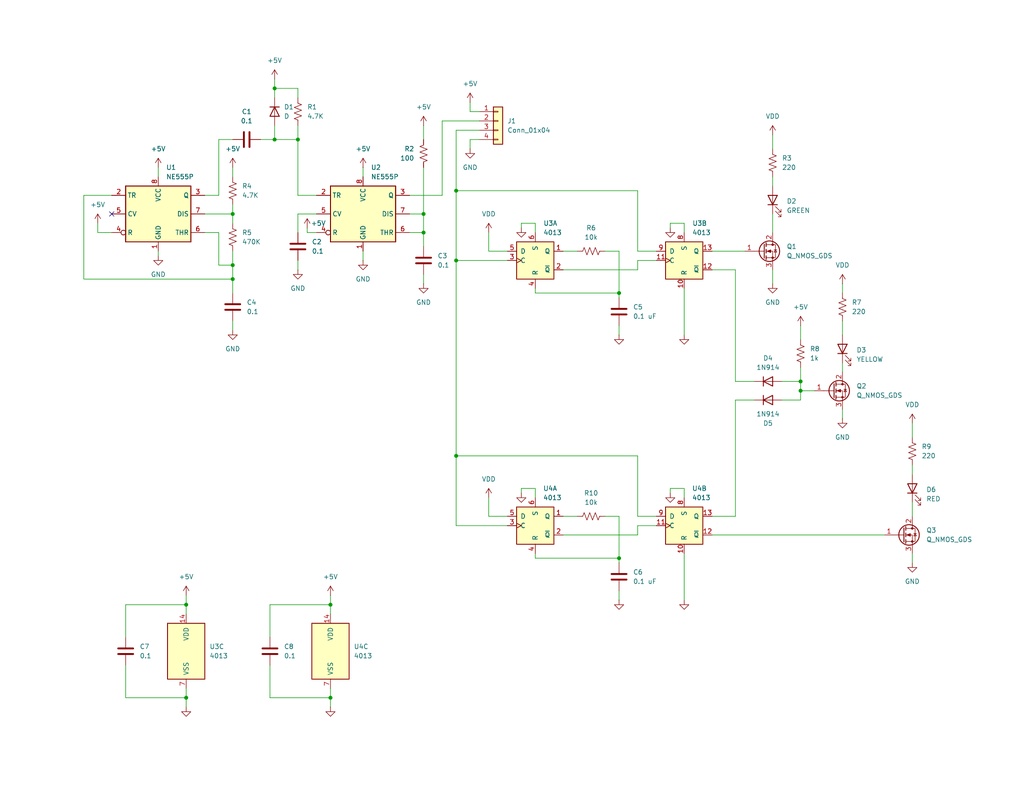
<source format=kicad_sch>
(kicad_sch
	(version 20250114)
	(generator "eeschema")
	(generator_version "9.0")
	(uuid "8304b3b7-1ae3-4935-a8ef-a9ab1b0a3004")
	(paper "USLetter")
	(lib_symbols
		(symbol "4xxx:4013"
			(pin_names
				(offset 1.016)
			)
			(exclude_from_sim no)
			(in_bom yes)
			(on_board yes)
			(property "Reference" "U"
				(at -7.62 8.89 0)
				(effects
					(font
						(size 1.27 1.27)
					)
				)
			)
			(property "Value" "4013"
				(at -7.62 -8.89 0)
				(effects
					(font
						(size 1.27 1.27)
					)
				)
			)
			(property "Footprint" ""
				(at 0 0 0)
				(effects
					(font
						(size 1.27 1.27)
					)
					(hide yes)
				)
			)
			(property "Datasheet" "http://www.onsemi.com/pub/Collateral/MC14013B-D.PDF"
				(at 0 0 0)
				(effects
					(font
						(size 1.27 1.27)
					)
					(hide yes)
				)
			)
			(property "Description" "Dual D  FlipFlop, Set & reset"
				(at 0 0 0)
				(effects
					(font
						(size 1.27 1.27)
					)
					(hide yes)
				)
			)
			(property "ki_locked" ""
				(at 0 0 0)
				(effects
					(font
						(size 1.27 1.27)
					)
				)
			)
			(property "ki_keywords" "CMOS DFF"
				(at 0 0 0)
				(effects
					(font
						(size 1.27 1.27)
					)
					(hide yes)
				)
			)
			(property "ki_fp_filters" "DIP*W7.62mm* SOIC*3.9x9.9mm*P1.27mm* TSSOP*4.4x5mm*P0.65mm*"
				(at 0 0 0)
				(effects
					(font
						(size 1.27 1.27)
					)
					(hide yes)
				)
			)
			(symbol "4013_1_1"
				(rectangle
					(start -5.08 5.08)
					(end 5.08 -5.08)
					(stroke
						(width 0.254)
						(type default)
					)
					(fill
						(type background)
					)
				)
				(pin input line
					(at -7.62 2.54 0)
					(length 2.54)
					(name "D"
						(effects
							(font
								(size 1.27 1.27)
							)
						)
					)
					(number "5"
						(effects
							(font
								(size 1.27 1.27)
							)
						)
					)
				)
				(pin input clock
					(at -7.62 0 0)
					(length 2.54)
					(name "C"
						(effects
							(font
								(size 1.27 1.27)
							)
						)
					)
					(number "3"
						(effects
							(font
								(size 1.27 1.27)
							)
						)
					)
				)
				(pin input line
					(at 0 7.62 270)
					(length 2.54)
					(name "S"
						(effects
							(font
								(size 1.27 1.27)
							)
						)
					)
					(number "6"
						(effects
							(font
								(size 1.27 1.27)
							)
						)
					)
				)
				(pin input line
					(at 0 -7.62 90)
					(length 2.54)
					(name "R"
						(effects
							(font
								(size 1.27 1.27)
							)
						)
					)
					(number "4"
						(effects
							(font
								(size 1.27 1.27)
							)
						)
					)
				)
				(pin output line
					(at 7.62 2.54 180)
					(length 2.54)
					(name "Q"
						(effects
							(font
								(size 1.27 1.27)
							)
						)
					)
					(number "1"
						(effects
							(font
								(size 1.27 1.27)
							)
						)
					)
				)
				(pin output line
					(at 7.62 -2.54 180)
					(length 2.54)
					(name "~{Q}"
						(effects
							(font
								(size 1.27 1.27)
							)
						)
					)
					(number "2"
						(effects
							(font
								(size 1.27 1.27)
							)
						)
					)
				)
			)
			(symbol "4013_2_1"
				(rectangle
					(start -5.08 5.08)
					(end 5.08 -5.08)
					(stroke
						(width 0.254)
						(type default)
					)
					(fill
						(type background)
					)
				)
				(pin input line
					(at -7.62 2.54 0)
					(length 2.54)
					(name "D"
						(effects
							(font
								(size 1.27 1.27)
							)
						)
					)
					(number "9"
						(effects
							(font
								(size 1.27 1.27)
							)
						)
					)
				)
				(pin input clock
					(at -7.62 0 0)
					(length 2.54)
					(name "C"
						(effects
							(font
								(size 1.27 1.27)
							)
						)
					)
					(number "11"
						(effects
							(font
								(size 1.27 1.27)
							)
						)
					)
				)
				(pin input line
					(at 0 7.62 270)
					(length 2.54)
					(name "S"
						(effects
							(font
								(size 1.27 1.27)
							)
						)
					)
					(number "8"
						(effects
							(font
								(size 1.27 1.27)
							)
						)
					)
				)
				(pin input line
					(at 0 -7.62 90)
					(length 2.54)
					(name "R"
						(effects
							(font
								(size 1.27 1.27)
							)
						)
					)
					(number "10"
						(effects
							(font
								(size 1.27 1.27)
							)
						)
					)
				)
				(pin output line
					(at 7.62 2.54 180)
					(length 2.54)
					(name "Q"
						(effects
							(font
								(size 1.27 1.27)
							)
						)
					)
					(number "13"
						(effects
							(font
								(size 1.27 1.27)
							)
						)
					)
				)
				(pin output line
					(at 7.62 -2.54 180)
					(length 2.54)
					(name "~{Q}"
						(effects
							(font
								(size 1.27 1.27)
							)
						)
					)
					(number "12"
						(effects
							(font
								(size 1.27 1.27)
							)
						)
					)
				)
			)
			(symbol "4013_3_0"
				(pin power_in line
					(at 0 10.16 270)
					(length 2.54)
					(name "VDD"
						(effects
							(font
								(size 1.27 1.27)
							)
						)
					)
					(number "14"
						(effects
							(font
								(size 1.27 1.27)
							)
						)
					)
				)
				(pin power_in line
					(at 0 -10.16 90)
					(length 2.54)
					(name "VSS"
						(effects
							(font
								(size 1.27 1.27)
							)
						)
					)
					(number "7"
						(effects
							(font
								(size 1.27 1.27)
							)
						)
					)
				)
			)
			(symbol "4013_3_1"
				(rectangle
					(start -5.08 7.62)
					(end 5.08 -7.62)
					(stroke
						(width 0.254)
						(type default)
					)
					(fill
						(type background)
					)
				)
			)
			(embedded_fonts no)
		)
		(symbol "Connector_Generic:Conn_01x04"
			(pin_names
				(offset 1.016)
				(hide yes)
			)
			(exclude_from_sim no)
			(in_bom yes)
			(on_board yes)
			(property "Reference" "J"
				(at 0 5.08 0)
				(effects
					(font
						(size 1.27 1.27)
					)
				)
			)
			(property "Value" "Conn_01x04"
				(at 0 -7.62 0)
				(effects
					(font
						(size 1.27 1.27)
					)
				)
			)
			(property "Footprint" ""
				(at 0 0 0)
				(effects
					(font
						(size 1.27 1.27)
					)
					(hide yes)
				)
			)
			(property "Datasheet" "~"
				(at 0 0 0)
				(effects
					(font
						(size 1.27 1.27)
					)
					(hide yes)
				)
			)
			(property "Description" "Generic connector, single row, 01x04, script generated (kicad-library-utils/schlib/autogen/connector/)"
				(at 0 0 0)
				(effects
					(font
						(size 1.27 1.27)
					)
					(hide yes)
				)
			)
			(property "ki_keywords" "connector"
				(at 0 0 0)
				(effects
					(font
						(size 1.27 1.27)
					)
					(hide yes)
				)
			)
			(property "ki_fp_filters" "Connector*:*_1x??_*"
				(at 0 0 0)
				(effects
					(font
						(size 1.27 1.27)
					)
					(hide yes)
				)
			)
			(symbol "Conn_01x04_1_1"
				(rectangle
					(start -1.27 3.81)
					(end 1.27 -6.35)
					(stroke
						(width 0.254)
						(type default)
					)
					(fill
						(type background)
					)
				)
				(rectangle
					(start -1.27 2.667)
					(end 0 2.413)
					(stroke
						(width 0.1524)
						(type default)
					)
					(fill
						(type none)
					)
				)
				(rectangle
					(start -1.27 0.127)
					(end 0 -0.127)
					(stroke
						(width 0.1524)
						(type default)
					)
					(fill
						(type none)
					)
				)
				(rectangle
					(start -1.27 -2.413)
					(end 0 -2.667)
					(stroke
						(width 0.1524)
						(type default)
					)
					(fill
						(type none)
					)
				)
				(rectangle
					(start -1.27 -4.953)
					(end 0 -5.207)
					(stroke
						(width 0.1524)
						(type default)
					)
					(fill
						(type none)
					)
				)
				(pin passive line
					(at -5.08 2.54 0)
					(length 3.81)
					(name "Pin_1"
						(effects
							(font
								(size 1.27 1.27)
							)
						)
					)
					(number "1"
						(effects
							(font
								(size 1.27 1.27)
							)
						)
					)
				)
				(pin passive line
					(at -5.08 0 0)
					(length 3.81)
					(name "Pin_2"
						(effects
							(font
								(size 1.27 1.27)
							)
						)
					)
					(number "2"
						(effects
							(font
								(size 1.27 1.27)
							)
						)
					)
				)
				(pin passive line
					(at -5.08 -2.54 0)
					(length 3.81)
					(name "Pin_3"
						(effects
							(font
								(size 1.27 1.27)
							)
						)
					)
					(number "3"
						(effects
							(font
								(size 1.27 1.27)
							)
						)
					)
				)
				(pin passive line
					(at -5.08 -5.08 0)
					(length 3.81)
					(name "Pin_4"
						(effects
							(font
								(size 1.27 1.27)
							)
						)
					)
					(number "4"
						(effects
							(font
								(size 1.27 1.27)
							)
						)
					)
				)
			)
			(embedded_fonts no)
		)
		(symbol "Device:C"
			(pin_numbers
				(hide yes)
			)
			(pin_names
				(offset 0.254)
			)
			(exclude_from_sim no)
			(in_bom yes)
			(on_board yes)
			(property "Reference" "C"
				(at 0.635 2.54 0)
				(effects
					(font
						(size 1.27 1.27)
					)
					(justify left)
				)
			)
			(property "Value" "C"
				(at 0.635 -2.54 0)
				(effects
					(font
						(size 1.27 1.27)
					)
					(justify left)
				)
			)
			(property "Footprint" ""
				(at 0.9652 -3.81 0)
				(effects
					(font
						(size 1.27 1.27)
					)
					(hide yes)
				)
			)
			(property "Datasheet" "~"
				(at 0 0 0)
				(effects
					(font
						(size 1.27 1.27)
					)
					(hide yes)
				)
			)
			(property "Description" "Unpolarized capacitor"
				(at 0 0 0)
				(effects
					(font
						(size 1.27 1.27)
					)
					(hide yes)
				)
			)
			(property "ki_keywords" "cap capacitor"
				(at 0 0 0)
				(effects
					(font
						(size 1.27 1.27)
					)
					(hide yes)
				)
			)
			(property "ki_fp_filters" "C_*"
				(at 0 0 0)
				(effects
					(font
						(size 1.27 1.27)
					)
					(hide yes)
				)
			)
			(symbol "C_0_1"
				(polyline
					(pts
						(xy -2.032 0.762) (xy 2.032 0.762)
					)
					(stroke
						(width 0.508)
						(type default)
					)
					(fill
						(type none)
					)
				)
				(polyline
					(pts
						(xy -2.032 -0.762) (xy 2.032 -0.762)
					)
					(stroke
						(width 0.508)
						(type default)
					)
					(fill
						(type none)
					)
				)
			)
			(symbol "C_1_1"
				(pin passive line
					(at 0 3.81 270)
					(length 2.794)
					(name "~"
						(effects
							(font
								(size 1.27 1.27)
							)
						)
					)
					(number "1"
						(effects
							(font
								(size 1.27 1.27)
							)
						)
					)
				)
				(pin passive line
					(at 0 -3.81 90)
					(length 2.794)
					(name "~"
						(effects
							(font
								(size 1.27 1.27)
							)
						)
					)
					(number "2"
						(effects
							(font
								(size 1.27 1.27)
							)
						)
					)
				)
			)
			(embedded_fonts no)
		)
		(symbol "Device:D"
			(pin_numbers
				(hide yes)
			)
			(pin_names
				(offset 1.016)
				(hide yes)
			)
			(exclude_from_sim no)
			(in_bom yes)
			(on_board yes)
			(property "Reference" "D"
				(at 0 2.54 0)
				(effects
					(font
						(size 1.27 1.27)
					)
				)
			)
			(property "Value" "D"
				(at 0 -2.54 0)
				(effects
					(font
						(size 1.27 1.27)
					)
				)
			)
			(property "Footprint" ""
				(at 0 0 0)
				(effects
					(font
						(size 1.27 1.27)
					)
					(hide yes)
				)
			)
			(property "Datasheet" "~"
				(at 0 0 0)
				(effects
					(font
						(size 1.27 1.27)
					)
					(hide yes)
				)
			)
			(property "Description" "Diode"
				(at 0 0 0)
				(effects
					(font
						(size 1.27 1.27)
					)
					(hide yes)
				)
			)
			(property "Sim.Device" "D"
				(at 0 0 0)
				(effects
					(font
						(size 1.27 1.27)
					)
					(hide yes)
				)
			)
			(property "Sim.Pins" "1=K 2=A"
				(at 0 0 0)
				(effects
					(font
						(size 1.27 1.27)
					)
					(hide yes)
				)
			)
			(property "ki_keywords" "diode"
				(at 0 0 0)
				(effects
					(font
						(size 1.27 1.27)
					)
					(hide yes)
				)
			)
			(property "ki_fp_filters" "TO-???* *_Diode_* *SingleDiode* D_*"
				(at 0 0 0)
				(effects
					(font
						(size 1.27 1.27)
					)
					(hide yes)
				)
			)
			(symbol "D_0_1"
				(polyline
					(pts
						(xy -1.27 1.27) (xy -1.27 -1.27)
					)
					(stroke
						(width 0.254)
						(type default)
					)
					(fill
						(type none)
					)
				)
				(polyline
					(pts
						(xy 1.27 1.27) (xy 1.27 -1.27) (xy -1.27 0) (xy 1.27 1.27)
					)
					(stroke
						(width 0.254)
						(type default)
					)
					(fill
						(type none)
					)
				)
				(polyline
					(pts
						(xy 1.27 0) (xy -1.27 0)
					)
					(stroke
						(width 0)
						(type default)
					)
					(fill
						(type none)
					)
				)
			)
			(symbol "D_1_1"
				(pin passive line
					(at -3.81 0 0)
					(length 2.54)
					(name "K"
						(effects
							(font
								(size 1.27 1.27)
							)
						)
					)
					(number "1"
						(effects
							(font
								(size 1.27 1.27)
							)
						)
					)
				)
				(pin passive line
					(at 3.81 0 180)
					(length 2.54)
					(name "A"
						(effects
							(font
								(size 1.27 1.27)
							)
						)
					)
					(number "2"
						(effects
							(font
								(size 1.27 1.27)
							)
						)
					)
				)
			)
			(embedded_fonts no)
		)
		(symbol "Device:LED"
			(pin_numbers
				(hide yes)
			)
			(pin_names
				(offset 1.016)
				(hide yes)
			)
			(exclude_from_sim no)
			(in_bom yes)
			(on_board yes)
			(property "Reference" "D"
				(at 0 2.54 0)
				(effects
					(font
						(size 1.27 1.27)
					)
				)
			)
			(property "Value" "LED"
				(at 0 -2.54 0)
				(effects
					(font
						(size 1.27 1.27)
					)
				)
			)
			(property "Footprint" ""
				(at 0 0 0)
				(effects
					(font
						(size 1.27 1.27)
					)
					(hide yes)
				)
			)
			(property "Datasheet" "~"
				(at 0 0 0)
				(effects
					(font
						(size 1.27 1.27)
					)
					(hide yes)
				)
			)
			(property "Description" "Light emitting diode"
				(at 0 0 0)
				(effects
					(font
						(size 1.27 1.27)
					)
					(hide yes)
				)
			)
			(property "ki_keywords" "LED diode"
				(at 0 0 0)
				(effects
					(font
						(size 1.27 1.27)
					)
					(hide yes)
				)
			)
			(property "ki_fp_filters" "LED* LED_SMD:* LED_THT:*"
				(at 0 0 0)
				(effects
					(font
						(size 1.27 1.27)
					)
					(hide yes)
				)
			)
			(symbol "LED_0_1"
				(polyline
					(pts
						(xy -3.048 -0.762) (xy -4.572 -2.286) (xy -3.81 -2.286) (xy -4.572 -2.286) (xy -4.572 -1.524)
					)
					(stroke
						(width 0)
						(type default)
					)
					(fill
						(type none)
					)
				)
				(polyline
					(pts
						(xy -1.778 -0.762) (xy -3.302 -2.286) (xy -2.54 -2.286) (xy -3.302 -2.286) (xy -3.302 -1.524)
					)
					(stroke
						(width 0)
						(type default)
					)
					(fill
						(type none)
					)
				)
				(polyline
					(pts
						(xy -1.27 0) (xy 1.27 0)
					)
					(stroke
						(width 0)
						(type default)
					)
					(fill
						(type none)
					)
				)
				(polyline
					(pts
						(xy -1.27 -1.27) (xy -1.27 1.27)
					)
					(stroke
						(width 0.254)
						(type default)
					)
					(fill
						(type none)
					)
				)
				(polyline
					(pts
						(xy 1.27 -1.27) (xy 1.27 1.27) (xy -1.27 0) (xy 1.27 -1.27)
					)
					(stroke
						(width 0.254)
						(type default)
					)
					(fill
						(type none)
					)
				)
			)
			(symbol "LED_1_1"
				(pin passive line
					(at -3.81 0 0)
					(length 2.54)
					(name "K"
						(effects
							(font
								(size 1.27 1.27)
							)
						)
					)
					(number "1"
						(effects
							(font
								(size 1.27 1.27)
							)
						)
					)
				)
				(pin passive line
					(at 3.81 0 180)
					(length 2.54)
					(name "A"
						(effects
							(font
								(size 1.27 1.27)
							)
						)
					)
					(number "2"
						(effects
							(font
								(size 1.27 1.27)
							)
						)
					)
				)
			)
			(embedded_fonts no)
		)
		(symbol "Device:R_US"
			(pin_numbers
				(hide yes)
			)
			(pin_names
				(offset 0)
			)
			(exclude_from_sim no)
			(in_bom yes)
			(on_board yes)
			(property "Reference" "R"
				(at 2.54 0 90)
				(effects
					(font
						(size 1.27 1.27)
					)
				)
			)
			(property "Value" "R_US"
				(at -2.54 0 90)
				(effects
					(font
						(size 1.27 1.27)
					)
				)
			)
			(property "Footprint" ""
				(at 1.016 -0.254 90)
				(effects
					(font
						(size 1.27 1.27)
					)
					(hide yes)
				)
			)
			(property "Datasheet" "~"
				(at 0 0 0)
				(effects
					(font
						(size 1.27 1.27)
					)
					(hide yes)
				)
			)
			(property "Description" "Resistor, US symbol"
				(at 0 0 0)
				(effects
					(font
						(size 1.27 1.27)
					)
					(hide yes)
				)
			)
			(property "ki_keywords" "R res resistor"
				(at 0 0 0)
				(effects
					(font
						(size 1.27 1.27)
					)
					(hide yes)
				)
			)
			(property "ki_fp_filters" "R_*"
				(at 0 0 0)
				(effects
					(font
						(size 1.27 1.27)
					)
					(hide yes)
				)
			)
			(symbol "R_US_0_1"
				(polyline
					(pts
						(xy 0 2.286) (xy 0 2.54)
					)
					(stroke
						(width 0)
						(type default)
					)
					(fill
						(type none)
					)
				)
				(polyline
					(pts
						(xy 0 2.286) (xy 1.016 1.905) (xy 0 1.524) (xy -1.016 1.143) (xy 0 0.762)
					)
					(stroke
						(width 0)
						(type default)
					)
					(fill
						(type none)
					)
				)
				(polyline
					(pts
						(xy 0 0.762) (xy 1.016 0.381) (xy 0 0) (xy -1.016 -0.381) (xy 0 -0.762)
					)
					(stroke
						(width 0)
						(type default)
					)
					(fill
						(type none)
					)
				)
				(polyline
					(pts
						(xy 0 -0.762) (xy 1.016 -1.143) (xy 0 -1.524) (xy -1.016 -1.905) (xy 0 -2.286)
					)
					(stroke
						(width 0)
						(type default)
					)
					(fill
						(type none)
					)
				)
				(polyline
					(pts
						(xy 0 -2.286) (xy 0 -2.54)
					)
					(stroke
						(width 0)
						(type default)
					)
					(fill
						(type none)
					)
				)
			)
			(symbol "R_US_1_1"
				(pin passive line
					(at 0 3.81 270)
					(length 1.27)
					(name "~"
						(effects
							(font
								(size 1.27 1.27)
							)
						)
					)
					(number "1"
						(effects
							(font
								(size 1.27 1.27)
							)
						)
					)
				)
				(pin passive line
					(at 0 -3.81 90)
					(length 1.27)
					(name "~"
						(effects
							(font
								(size 1.27 1.27)
							)
						)
					)
					(number "2"
						(effects
							(font
								(size 1.27 1.27)
							)
						)
					)
				)
			)
			(embedded_fonts no)
		)
		(symbol "Diode:1N914"
			(pin_numbers
				(hide yes)
			)
			(pin_names
				(hide yes)
			)
			(exclude_from_sim no)
			(in_bom yes)
			(on_board yes)
			(property "Reference" "D"
				(at 0 2.54 0)
				(effects
					(font
						(size 1.27 1.27)
					)
				)
			)
			(property "Value" "1N914"
				(at 0 -2.54 0)
				(effects
					(font
						(size 1.27 1.27)
					)
				)
			)
			(property "Footprint" "Diode_THT:D_DO-35_SOD27_P7.62mm_Horizontal"
				(at 0 -4.445 0)
				(effects
					(font
						(size 1.27 1.27)
					)
					(hide yes)
				)
			)
			(property "Datasheet" "http://www.vishay.com/docs/85622/1n914.pdf"
				(at 0 0 0)
				(effects
					(font
						(size 1.27 1.27)
					)
					(hide yes)
				)
			)
			(property "Description" "100V 0.3A Small Signal Fast Switching Diode, DO-35"
				(at 0 0 0)
				(effects
					(font
						(size 1.27 1.27)
					)
					(hide yes)
				)
			)
			(property "Sim.Device" "D"
				(at 0 0 0)
				(effects
					(font
						(size 1.27 1.27)
					)
					(hide yes)
				)
			)
			(property "Sim.Pins" "1=K 2=A"
				(at 0 0 0)
				(effects
					(font
						(size 1.27 1.27)
					)
					(hide yes)
				)
			)
			(property "ki_keywords" "diode"
				(at 0 0 0)
				(effects
					(font
						(size 1.27 1.27)
					)
					(hide yes)
				)
			)
			(property "ki_fp_filters" "D*DO?35*"
				(at 0 0 0)
				(effects
					(font
						(size 1.27 1.27)
					)
					(hide yes)
				)
			)
			(symbol "1N914_0_1"
				(polyline
					(pts
						(xy -1.27 1.27) (xy -1.27 -1.27)
					)
					(stroke
						(width 0.254)
						(type default)
					)
					(fill
						(type none)
					)
				)
				(polyline
					(pts
						(xy 1.27 1.27) (xy 1.27 -1.27) (xy -1.27 0) (xy 1.27 1.27)
					)
					(stroke
						(width 0.254)
						(type default)
					)
					(fill
						(type none)
					)
				)
				(polyline
					(pts
						(xy 1.27 0) (xy -1.27 0)
					)
					(stroke
						(width 0)
						(type default)
					)
					(fill
						(type none)
					)
				)
			)
			(symbol "1N914_1_1"
				(pin passive line
					(at -3.81 0 0)
					(length 2.54)
					(name "K"
						(effects
							(font
								(size 1.27 1.27)
							)
						)
					)
					(number "1"
						(effects
							(font
								(size 1.27 1.27)
							)
						)
					)
				)
				(pin passive line
					(at 3.81 0 180)
					(length 2.54)
					(name "A"
						(effects
							(font
								(size 1.27 1.27)
							)
						)
					)
					(number "2"
						(effects
							(font
								(size 1.27 1.27)
							)
						)
					)
				)
			)
			(embedded_fonts no)
		)
		(symbol "Timer:NE555P"
			(exclude_from_sim no)
			(in_bom yes)
			(on_board yes)
			(property "Reference" "U"
				(at -10.16 8.89 0)
				(effects
					(font
						(size 1.27 1.27)
					)
					(justify left)
				)
			)
			(property "Value" "NE555P"
				(at 2.54 8.89 0)
				(effects
					(font
						(size 1.27 1.27)
					)
					(justify left)
				)
			)
			(property "Footprint" "Package_DIP:DIP-8_W7.62mm"
				(at 16.51 -10.16 0)
				(effects
					(font
						(size 1.27 1.27)
					)
					(hide yes)
				)
			)
			(property "Datasheet" "http://www.ti.com/lit/ds/symlink/ne555.pdf"
				(at 21.59 -10.16 0)
				(effects
					(font
						(size 1.27 1.27)
					)
					(hide yes)
				)
			)
			(property "Description" "Precision Timers, 555 compatible,  PDIP-8"
				(at 0 0 0)
				(effects
					(font
						(size 1.27 1.27)
					)
					(hide yes)
				)
			)
			(property "ki_keywords" "single timer 555"
				(at 0 0 0)
				(effects
					(font
						(size 1.27 1.27)
					)
					(hide yes)
				)
			)
			(property "ki_fp_filters" "DIP*W7.62mm*"
				(at 0 0 0)
				(effects
					(font
						(size 1.27 1.27)
					)
					(hide yes)
				)
			)
			(symbol "NE555P_0_0"
				(pin power_in line
					(at 0 10.16 270)
					(length 2.54)
					(name "VCC"
						(effects
							(font
								(size 1.27 1.27)
							)
						)
					)
					(number "8"
						(effects
							(font
								(size 1.27 1.27)
							)
						)
					)
				)
				(pin power_in line
					(at 0 -10.16 90)
					(length 2.54)
					(name "GND"
						(effects
							(font
								(size 1.27 1.27)
							)
						)
					)
					(number "1"
						(effects
							(font
								(size 1.27 1.27)
							)
						)
					)
				)
			)
			(symbol "NE555P_0_1"
				(rectangle
					(start -8.89 -7.62)
					(end 8.89 7.62)
					(stroke
						(width 0.254)
						(type default)
					)
					(fill
						(type background)
					)
				)
				(rectangle
					(start -8.89 -7.62)
					(end 8.89 7.62)
					(stroke
						(width 0.254)
						(type default)
					)
					(fill
						(type background)
					)
				)
			)
			(symbol "NE555P_1_1"
				(pin input line
					(at -12.7 5.08 0)
					(length 3.81)
					(name "TR"
						(effects
							(font
								(size 1.27 1.27)
							)
						)
					)
					(number "2"
						(effects
							(font
								(size 1.27 1.27)
							)
						)
					)
				)
				(pin input line
					(at -12.7 0 0)
					(length 3.81)
					(name "CV"
						(effects
							(font
								(size 1.27 1.27)
							)
						)
					)
					(number "5"
						(effects
							(font
								(size 1.27 1.27)
							)
						)
					)
				)
				(pin input inverted
					(at -12.7 -5.08 0)
					(length 3.81)
					(name "R"
						(effects
							(font
								(size 1.27 1.27)
							)
						)
					)
					(number "4"
						(effects
							(font
								(size 1.27 1.27)
							)
						)
					)
				)
				(pin output line
					(at 12.7 5.08 180)
					(length 3.81)
					(name "Q"
						(effects
							(font
								(size 1.27 1.27)
							)
						)
					)
					(number "3"
						(effects
							(font
								(size 1.27 1.27)
							)
						)
					)
				)
				(pin input line
					(at 12.7 0 180)
					(length 3.81)
					(name "DIS"
						(effects
							(font
								(size 1.27 1.27)
							)
						)
					)
					(number "7"
						(effects
							(font
								(size 1.27 1.27)
							)
						)
					)
				)
				(pin input line
					(at 12.7 -5.08 180)
					(length 3.81)
					(name "THR"
						(effects
							(font
								(size 1.27 1.27)
							)
						)
					)
					(number "6"
						(effects
							(font
								(size 1.27 1.27)
							)
						)
					)
				)
			)
			(embedded_fonts no)
		)
		(symbol "Transistor_FET:Q_NMOS_GDS"
			(pin_names
				(offset 0)
				(hide yes)
			)
			(exclude_from_sim no)
			(in_bom yes)
			(on_board yes)
			(property "Reference" "Q"
				(at 5.08 1.905 0)
				(effects
					(font
						(size 1.27 1.27)
					)
					(justify left)
				)
			)
			(property "Value" "Q_NMOS_GDS"
				(at 5.08 0 0)
				(effects
					(font
						(size 1.27 1.27)
					)
					(justify left)
				)
			)
			(property "Footprint" ""
				(at 5.08 2.54 0)
				(effects
					(font
						(size 1.27 1.27)
					)
					(hide yes)
				)
			)
			(property "Datasheet" "~"
				(at 0 0 0)
				(effects
					(font
						(size 1.27 1.27)
					)
					(hide yes)
				)
			)
			(property "Description" "N-MOSFET transistor, gate/drain/source"
				(at 0 0 0)
				(effects
					(font
						(size 1.27 1.27)
					)
					(hide yes)
				)
			)
			(property "ki_keywords" "transistor NMOS N-MOS N-MOSFET"
				(at 0 0 0)
				(effects
					(font
						(size 1.27 1.27)
					)
					(hide yes)
				)
			)
			(symbol "Q_NMOS_GDS_0_1"
				(polyline
					(pts
						(xy 0.254 1.905) (xy 0.254 -1.905)
					)
					(stroke
						(width 0.254)
						(type default)
					)
					(fill
						(type none)
					)
				)
				(polyline
					(pts
						(xy 0.254 0) (xy -2.54 0)
					)
					(stroke
						(width 0)
						(type default)
					)
					(fill
						(type none)
					)
				)
				(polyline
					(pts
						(xy 0.762 2.286) (xy 0.762 1.27)
					)
					(stroke
						(width 0.254)
						(type default)
					)
					(fill
						(type none)
					)
				)
				(polyline
					(pts
						(xy 0.762 0.508) (xy 0.762 -0.508)
					)
					(stroke
						(width 0.254)
						(type default)
					)
					(fill
						(type none)
					)
				)
				(polyline
					(pts
						(xy 0.762 -1.27) (xy 0.762 -2.286)
					)
					(stroke
						(width 0.254)
						(type default)
					)
					(fill
						(type none)
					)
				)
				(polyline
					(pts
						(xy 0.762 -1.778) (xy 3.302 -1.778) (xy 3.302 1.778) (xy 0.762 1.778)
					)
					(stroke
						(width 0)
						(type default)
					)
					(fill
						(type none)
					)
				)
				(polyline
					(pts
						(xy 1.016 0) (xy 2.032 0.381) (xy 2.032 -0.381) (xy 1.016 0)
					)
					(stroke
						(width 0)
						(type default)
					)
					(fill
						(type outline)
					)
				)
				(circle
					(center 1.651 0)
					(radius 2.794)
					(stroke
						(width 0.254)
						(type default)
					)
					(fill
						(type none)
					)
				)
				(polyline
					(pts
						(xy 2.54 2.54) (xy 2.54 1.778)
					)
					(stroke
						(width 0)
						(type default)
					)
					(fill
						(type none)
					)
				)
				(circle
					(center 2.54 1.778)
					(radius 0.254)
					(stroke
						(width 0)
						(type default)
					)
					(fill
						(type outline)
					)
				)
				(circle
					(center 2.54 -1.778)
					(radius 0.254)
					(stroke
						(width 0)
						(type default)
					)
					(fill
						(type outline)
					)
				)
				(polyline
					(pts
						(xy 2.54 -2.54) (xy 2.54 0) (xy 0.762 0)
					)
					(stroke
						(width 0)
						(type default)
					)
					(fill
						(type none)
					)
				)
				(polyline
					(pts
						(xy 2.921 0.381) (xy 3.683 0.381)
					)
					(stroke
						(width 0)
						(type default)
					)
					(fill
						(type none)
					)
				)
				(polyline
					(pts
						(xy 3.302 0.381) (xy 2.921 -0.254) (xy 3.683 -0.254) (xy 3.302 0.381)
					)
					(stroke
						(width 0)
						(type default)
					)
					(fill
						(type none)
					)
				)
			)
			(symbol "Q_NMOS_GDS_1_1"
				(pin input line
					(at -5.08 0 0)
					(length 2.54)
					(name "G"
						(effects
							(font
								(size 1.27 1.27)
							)
						)
					)
					(number "1"
						(effects
							(font
								(size 1.27 1.27)
							)
						)
					)
				)
				(pin passive line
					(at 2.54 5.08 270)
					(length 2.54)
					(name "D"
						(effects
							(font
								(size 1.27 1.27)
							)
						)
					)
					(number "2"
						(effects
							(font
								(size 1.27 1.27)
							)
						)
					)
				)
				(pin passive line
					(at 2.54 -5.08 90)
					(length 2.54)
					(name "S"
						(effects
							(font
								(size 1.27 1.27)
							)
						)
					)
					(number "3"
						(effects
							(font
								(size 1.27 1.27)
							)
						)
					)
				)
			)
			(embedded_fonts no)
		)
		(symbol "power:+5V"
			(power)
			(pin_numbers
				(hide yes)
			)
			(pin_names
				(offset 0)
				(hide yes)
			)
			(exclude_from_sim no)
			(in_bom yes)
			(on_board yes)
			(property "Reference" "#PWR"
				(at 0 -3.81 0)
				(effects
					(font
						(size 1.27 1.27)
					)
					(hide yes)
				)
			)
			(property "Value" "+5V"
				(at 0 3.556 0)
				(effects
					(font
						(size 1.27 1.27)
					)
				)
			)
			(property "Footprint" ""
				(at 0 0 0)
				(effects
					(font
						(size 1.27 1.27)
					)
					(hide yes)
				)
			)
			(property "Datasheet" ""
				(at 0 0 0)
				(effects
					(font
						(size 1.27 1.27)
					)
					(hide yes)
				)
			)
			(property "Description" "Power symbol creates a global label with name \"+5V\""
				(at 0 0 0)
				(effects
					(font
						(size 1.27 1.27)
					)
					(hide yes)
				)
			)
			(property "ki_keywords" "global power"
				(at 0 0 0)
				(effects
					(font
						(size 1.27 1.27)
					)
					(hide yes)
				)
			)
			(symbol "+5V_0_1"
				(polyline
					(pts
						(xy -0.762 1.27) (xy 0 2.54)
					)
					(stroke
						(width 0)
						(type default)
					)
					(fill
						(type none)
					)
				)
				(polyline
					(pts
						(xy 0 2.54) (xy 0.762 1.27)
					)
					(stroke
						(width 0)
						(type default)
					)
					(fill
						(type none)
					)
				)
				(polyline
					(pts
						(xy 0 0) (xy 0 2.54)
					)
					(stroke
						(width 0)
						(type default)
					)
					(fill
						(type none)
					)
				)
			)
			(symbol "+5V_1_1"
				(pin power_in line
					(at 0 0 90)
					(length 0)
					(name "~"
						(effects
							(font
								(size 1.27 1.27)
							)
						)
					)
					(number "1"
						(effects
							(font
								(size 1.27 1.27)
							)
						)
					)
				)
			)
			(embedded_fonts no)
		)
		(symbol "power:GND"
			(power)
			(pin_numbers
				(hide yes)
			)
			(pin_names
				(offset 0)
				(hide yes)
			)
			(exclude_from_sim no)
			(in_bom yes)
			(on_board yes)
			(property "Reference" "#PWR"
				(at 0 -6.35 0)
				(effects
					(font
						(size 1.27 1.27)
					)
					(hide yes)
				)
			)
			(property "Value" "GND"
				(at 0 -3.81 0)
				(effects
					(font
						(size 1.27 1.27)
					)
				)
			)
			(property "Footprint" ""
				(at 0 0 0)
				(effects
					(font
						(size 1.27 1.27)
					)
					(hide yes)
				)
			)
			(property "Datasheet" ""
				(at 0 0 0)
				(effects
					(font
						(size 1.27 1.27)
					)
					(hide yes)
				)
			)
			(property "Description" "Power symbol creates a global label with name \"GND\" , ground"
				(at 0 0 0)
				(effects
					(font
						(size 1.27 1.27)
					)
					(hide yes)
				)
			)
			(property "ki_keywords" "global power"
				(at 0 0 0)
				(effects
					(font
						(size 1.27 1.27)
					)
					(hide yes)
				)
			)
			(symbol "GND_0_1"
				(polyline
					(pts
						(xy 0 0) (xy 0 -1.27) (xy 1.27 -1.27) (xy 0 -2.54) (xy -1.27 -1.27) (xy 0 -1.27)
					)
					(stroke
						(width 0)
						(type default)
					)
					(fill
						(type none)
					)
				)
			)
			(symbol "GND_1_1"
				(pin power_in line
					(at 0 0 270)
					(length 0)
					(name "~"
						(effects
							(font
								(size 1.27 1.27)
							)
						)
					)
					(number "1"
						(effects
							(font
								(size 1.27 1.27)
							)
						)
					)
				)
			)
			(embedded_fonts no)
		)
		(symbol "power:VDD"
			(power)
			(pin_numbers
				(hide yes)
			)
			(pin_names
				(offset 0)
				(hide yes)
			)
			(exclude_from_sim no)
			(in_bom yes)
			(on_board yes)
			(property "Reference" "#PWR"
				(at 0 -3.81 0)
				(effects
					(font
						(size 1.27 1.27)
					)
					(hide yes)
				)
			)
			(property "Value" "VDD"
				(at 0 3.556 0)
				(effects
					(font
						(size 1.27 1.27)
					)
				)
			)
			(property "Footprint" ""
				(at 0 0 0)
				(effects
					(font
						(size 1.27 1.27)
					)
					(hide yes)
				)
			)
			(property "Datasheet" ""
				(at 0 0 0)
				(effects
					(font
						(size 1.27 1.27)
					)
					(hide yes)
				)
			)
			(property "Description" "Power symbol creates a global label with name \"VDD\""
				(at 0 0 0)
				(effects
					(font
						(size 1.27 1.27)
					)
					(hide yes)
				)
			)
			(property "ki_keywords" "global power"
				(at 0 0 0)
				(effects
					(font
						(size 1.27 1.27)
					)
					(hide yes)
				)
			)
			(symbol "VDD_0_1"
				(polyline
					(pts
						(xy -0.762 1.27) (xy 0 2.54)
					)
					(stroke
						(width 0)
						(type default)
					)
					(fill
						(type none)
					)
				)
				(polyline
					(pts
						(xy 0 2.54) (xy 0.762 1.27)
					)
					(stroke
						(width 0)
						(type default)
					)
					(fill
						(type none)
					)
				)
				(polyline
					(pts
						(xy 0 0) (xy 0 2.54)
					)
					(stroke
						(width 0)
						(type default)
					)
					(fill
						(type none)
					)
				)
			)
			(symbol "VDD_1_1"
				(pin power_in line
					(at 0 0 90)
					(length 0)
					(name "~"
						(effects
							(font
								(size 1.27 1.27)
							)
						)
					)
					(number "1"
						(effects
							(font
								(size 1.27 1.27)
							)
						)
					)
				)
			)
			(embedded_fonts no)
		)
	)
	(junction
		(at 218.44 104.14)
		(diameter 0)
		(color 0 0 0 0)
		(uuid "18cdde53-c5cf-48d7-81cc-613090a3f6f2")
	)
	(junction
		(at 124.46 124.46)
		(diameter 0)
		(color 0 0 0 0)
		(uuid "28c88477-ac04-4741-b6bf-3cb5af1941d9")
	)
	(junction
		(at 115.57 63.5)
		(diameter 0)
		(color 0 0 0 0)
		(uuid "2ba18ccc-051a-4e1d-b86c-ec84dcbd54ee")
	)
	(junction
		(at 168.91 152.4)
		(diameter 0)
		(color 0 0 0 0)
		(uuid "37fd2fba-a900-4c24-9b6f-54349c10d4b9")
	)
	(junction
		(at 63.5 72.39)
		(diameter 0)
		(color 0 0 0 0)
		(uuid "4ec157ac-2028-4630-921d-edcdfc258f62")
	)
	(junction
		(at 50.8 190.5)
		(diameter 0)
		(color 0 0 0 0)
		(uuid "622308f8-7772-469c-9b87-d57e2cc7bfa0")
	)
	(junction
		(at 74.93 38.1)
		(diameter 0)
		(color 0 0 0 0)
		(uuid "711846db-d2ca-4ea4-8899-c4dd3bfd9f3d")
	)
	(junction
		(at 63.5 58.42)
		(diameter 0)
		(color 0 0 0 0)
		(uuid "733ba823-f206-4a46-af96-0cd51a14672a")
	)
	(junction
		(at 168.91 80.01)
		(diameter 0)
		(color 0 0 0 0)
		(uuid "77f48356-f585-446f-8ce2-55a0b0161451")
	)
	(junction
		(at 90.17 165.1)
		(diameter 0)
		(color 0 0 0 0)
		(uuid "9577f2ec-db77-4970-b704-613dd07bf643")
	)
	(junction
		(at 90.17 190.5)
		(diameter 0)
		(color 0 0 0 0)
		(uuid "9c859d88-c3b2-433f-b301-8b9fea072e56")
	)
	(junction
		(at 124.46 71.12)
		(diameter 0)
		(color 0 0 0 0)
		(uuid "af3cc4a2-a42d-4b0b-9e8c-8fab02980dc7")
	)
	(junction
		(at 124.46 52.07)
		(diameter 0)
		(color 0 0 0 0)
		(uuid "bcab7b18-a950-4a9e-8cc3-f94196437f18")
	)
	(junction
		(at 81.28 38.1)
		(diameter 0)
		(color 0 0 0 0)
		(uuid "c5d682d6-1f43-4131-ace0-d40bcac3f88f")
	)
	(junction
		(at 74.93 24.13)
		(diameter 0)
		(color 0 0 0 0)
		(uuid "c8a7b406-ccae-49ae-a546-cca77ab8484b")
	)
	(junction
		(at 50.8 165.1)
		(diameter 0)
		(color 0 0 0 0)
		(uuid "d428e9e8-e743-4215-b774-a7bfdb1c2e84")
	)
	(junction
		(at 218.44 106.68)
		(diameter 0)
		(color 0 0 0 0)
		(uuid "f032ac96-c27b-4816-ae6e-a9edb4b0385c")
	)
	(junction
		(at 63.5 76.2)
		(diameter 0)
		(color 0 0 0 0)
		(uuid "f4b222fc-7ced-4b7c-8e9b-197222bd45df")
	)
	(junction
		(at 115.57 58.42)
		(diameter 0)
		(color 0 0 0 0)
		(uuid "fd224d42-5ed9-43dc-b451-bf86beeec17b")
	)
	(no_connect
		(at 30.48 58.42)
		(uuid "d971ead1-a74f-44c7-baab-e123b89984eb")
	)
	(wire
		(pts
			(xy 142.24 133.35) (xy 146.05 133.35)
		)
		(stroke
			(width 0)
			(type default)
		)
		(uuid "04036662-1834-4b64-8b9e-ecf46bd78e1f")
	)
	(wire
		(pts
			(xy 63.5 48.26) (xy 63.5 45.72)
		)
		(stroke
			(width 0)
			(type default)
		)
		(uuid "0438b07a-d074-4037-b306-84023640c596")
	)
	(wire
		(pts
			(xy 63.5 87.63) (xy 63.5 90.17)
		)
		(stroke
			(width 0)
			(type default)
		)
		(uuid "04afc2e0-ffc9-42cc-9118-f95dbb7121cf")
	)
	(wire
		(pts
			(xy 248.92 127) (xy 248.92 129.54)
		)
		(stroke
			(width 0)
			(type default)
		)
		(uuid "05ce03c0-5623-4ec5-bd40-286a5f81b870")
	)
	(wire
		(pts
			(xy 55.88 53.34) (xy 59.69 53.34)
		)
		(stroke
			(width 0)
			(type default)
		)
		(uuid "0a657865-dc04-4cd5-a4c4-1d9dad56b39a")
	)
	(wire
		(pts
			(xy 22.86 76.2) (xy 63.5 76.2)
		)
		(stroke
			(width 0)
			(type default)
		)
		(uuid "0b0bc873-f849-4dd0-b485-7ebcf054ba7e")
	)
	(wire
		(pts
			(xy 22.86 53.34) (xy 22.86 76.2)
		)
		(stroke
			(width 0)
			(type default)
		)
		(uuid "0ee39e75-3288-48a7-81d5-facc409af781")
	)
	(wire
		(pts
			(xy 30.48 53.34) (xy 22.86 53.34)
		)
		(stroke
			(width 0)
			(type default)
		)
		(uuid "0f50b259-aa94-41d0-b90c-ce373998c85a")
	)
	(wire
		(pts
			(xy 124.46 71.12) (xy 124.46 124.46)
		)
		(stroke
			(width 0)
			(type default)
		)
		(uuid "0fc8be32-3f36-4f7e-9433-903dc2fac65a")
	)
	(wire
		(pts
			(xy 210.82 36.83) (xy 210.82 40.64)
		)
		(stroke
			(width 0)
			(type default)
		)
		(uuid "1051bf70-9699-4331-961c-3156ec02c570")
	)
	(wire
		(pts
			(xy 218.44 106.68) (xy 222.25 106.68)
		)
		(stroke
			(width 0)
			(type default)
		)
		(uuid "120e7dfe-3422-413e-8177-ad6559182b2f")
	)
	(wire
		(pts
			(xy 182.88 133.35) (xy 186.69 133.35)
		)
		(stroke
			(width 0)
			(type default)
		)
		(uuid "163436e1-e488-4079-8996-6c33c2eeb8e3")
	)
	(wire
		(pts
			(xy 124.46 35.56) (xy 124.46 52.07)
		)
		(stroke
			(width 0)
			(type default)
		)
		(uuid "1c82c161-e4a8-4509-babd-ed32166e7f5f")
	)
	(wire
		(pts
			(xy 173.99 71.12) (xy 179.07 71.12)
		)
		(stroke
			(width 0)
			(type default)
		)
		(uuid "1d4a2332-d3e3-4ce1-a99b-fc8d392320cf")
	)
	(wire
		(pts
			(xy 186.69 91.44) (xy 186.69 78.74)
		)
		(stroke
			(width 0)
			(type default)
		)
		(uuid "1e3739c8-1232-4cd8-ad69-ed5f71fea7dd")
	)
	(wire
		(pts
			(xy 153.67 68.58) (xy 157.48 68.58)
		)
		(stroke
			(width 0)
			(type default)
		)
		(uuid "1f0513dc-779a-4601-bff4-bee52099c0ff")
	)
	(wire
		(pts
			(xy 218.44 106.68) (xy 218.44 109.22)
		)
		(stroke
			(width 0)
			(type default)
		)
		(uuid "221b48d8-d02a-4b3c-9aac-880bbaa16f16")
	)
	(wire
		(pts
			(xy 120.65 53.34) (xy 120.65 33.02)
		)
		(stroke
			(width 0)
			(type default)
		)
		(uuid "227ea052-6062-48af-96c5-8b101f5db0a2")
	)
	(wire
		(pts
			(xy 115.57 58.42) (xy 115.57 63.5)
		)
		(stroke
			(width 0)
			(type default)
		)
		(uuid "23da03c9-e45b-43b8-994c-8f2223683ff9")
	)
	(wire
		(pts
			(xy 168.91 68.58) (xy 168.91 80.01)
		)
		(stroke
			(width 0)
			(type default)
		)
		(uuid "26057095-6c85-4876-9cf0-a1755dccadcd")
	)
	(wire
		(pts
			(xy 74.93 24.13) (xy 74.93 26.67)
		)
		(stroke
			(width 0)
			(type default)
		)
		(uuid "2626d51b-cb37-4ad2-a506-346621693eec")
	)
	(wire
		(pts
			(xy 186.69 133.35) (xy 186.69 135.89)
		)
		(stroke
			(width 0)
			(type default)
		)
		(uuid "26566f75-1668-4b75-9c32-cd84ac31c7bf")
	)
	(wire
		(pts
			(xy 73.66 181.61) (xy 73.66 190.5)
		)
		(stroke
			(width 0)
			(type default)
		)
		(uuid "2b444add-c528-420d-a065-70c70b2310e8")
	)
	(wire
		(pts
			(xy 200.66 73.66) (xy 200.66 104.14)
		)
		(stroke
			(width 0)
			(type default)
		)
		(uuid "2d8f0b03-8bb3-46ac-88aa-d8363695ef5e")
	)
	(wire
		(pts
			(xy 130.81 38.1) (xy 128.27 38.1)
		)
		(stroke
			(width 0)
			(type default)
		)
		(uuid "30552fe8-f733-4041-a023-38243e2c7b55")
	)
	(wire
		(pts
			(xy 63.5 55.88) (xy 63.5 58.42)
		)
		(stroke
			(width 0)
			(type default)
		)
		(uuid "3055bd98-65f0-4dc8-bca2-94460ed274ba")
	)
	(wire
		(pts
			(xy 168.91 163.83) (xy 168.91 161.29)
		)
		(stroke
			(width 0)
			(type default)
		)
		(uuid "318c813b-359b-4539-837c-23d6dfe9e546")
	)
	(wire
		(pts
			(xy 229.87 111.76) (xy 229.87 114.3)
		)
		(stroke
			(width 0)
			(type default)
		)
		(uuid "3266e103-656e-4a89-a287-25c624c11788")
	)
	(wire
		(pts
			(xy 34.29 165.1) (xy 34.29 173.99)
		)
		(stroke
			(width 0)
			(type default)
		)
		(uuid "327f4696-9dcb-42e6-901b-a8b91943e1e7")
	)
	(wire
		(pts
			(xy 90.17 165.1) (xy 73.66 165.1)
		)
		(stroke
			(width 0)
			(type default)
		)
		(uuid "32ce5730-c631-4fee-9090-78a0fe5e4c9b")
	)
	(wire
		(pts
			(xy 194.31 68.58) (xy 203.2 68.58)
		)
		(stroke
			(width 0)
			(type default)
		)
		(uuid "3331f5ff-d3fb-4cee-908c-c629f1da3958")
	)
	(wire
		(pts
			(xy 248.92 140.97) (xy 248.92 137.16)
		)
		(stroke
			(width 0)
			(type default)
		)
		(uuid "33645c03-34cd-4de9-9094-bd60d3311bda")
	)
	(wire
		(pts
			(xy 124.46 124.46) (xy 124.46 143.51)
		)
		(stroke
			(width 0)
			(type default)
		)
		(uuid "33d177f7-5879-4364-9cdb-e7d52e1e0ae8")
	)
	(wire
		(pts
			(xy 50.8 187.96) (xy 50.8 190.5)
		)
		(stroke
			(width 0)
			(type default)
		)
		(uuid "35591bc1-dd6f-4c3d-8965-93a0e5453e4a")
	)
	(wire
		(pts
			(xy 186.69 163.83) (xy 186.69 151.13)
		)
		(stroke
			(width 0)
			(type default)
		)
		(uuid "3591f95e-db4b-461b-9960-93d99937c04a")
	)
	(wire
		(pts
			(xy 133.35 135.89) (xy 133.35 140.97)
		)
		(stroke
			(width 0)
			(type default)
		)
		(uuid "377339d7-3bb7-452a-a0a9-5b68cb011902")
	)
	(wire
		(pts
			(xy 43.18 68.58) (xy 43.18 69.85)
		)
		(stroke
			(width 0)
			(type default)
		)
		(uuid "394645b0-137e-45bc-b710-b7971e95acf7")
	)
	(wire
		(pts
			(xy 138.43 143.51) (xy 124.46 143.51)
		)
		(stroke
			(width 0)
			(type default)
		)
		(uuid "397c6544-199b-4f1a-8228-5f1cc05e27b1")
	)
	(wire
		(pts
			(xy 111.76 53.34) (xy 120.65 53.34)
		)
		(stroke
			(width 0)
			(type default)
		)
		(uuid "3a901cb8-3b8e-4e77-b367-25311c345bfb")
	)
	(wire
		(pts
			(xy 63.5 68.58) (xy 63.5 72.39)
		)
		(stroke
			(width 0)
			(type default)
		)
		(uuid "3ae72db1-c779-4bb5-ab8a-81cfe72645fa")
	)
	(wire
		(pts
			(xy 182.88 134.62) (xy 182.88 133.35)
		)
		(stroke
			(width 0)
			(type default)
		)
		(uuid "3d22d99a-7c68-4d9a-9d8f-807017d57a31")
	)
	(wire
		(pts
			(xy 50.8 193.04) (xy 50.8 190.5)
		)
		(stroke
			(width 0)
			(type default)
		)
		(uuid "3e59a99f-d3b3-426b-b825-52bd3ad3b7fd")
	)
	(wire
		(pts
			(xy 128.27 30.48) (xy 130.81 30.48)
		)
		(stroke
			(width 0)
			(type default)
		)
		(uuid "3ef526f3-bff3-4d93-b652-e94d0844f89e")
	)
	(wire
		(pts
			(xy 200.66 104.14) (xy 205.74 104.14)
		)
		(stroke
			(width 0)
			(type default)
		)
		(uuid "44109f35-22a3-477c-98f6-7ec953d38862")
	)
	(wire
		(pts
			(xy 173.99 146.05) (xy 173.99 143.51)
		)
		(stroke
			(width 0)
			(type default)
		)
		(uuid "444e1553-5772-4fe5-b689-8a0ca6c44677")
	)
	(wire
		(pts
			(xy 153.67 140.97) (xy 157.48 140.97)
		)
		(stroke
			(width 0)
			(type default)
		)
		(uuid "45635978-0604-4adf-a905-82ef4b7386bd")
	)
	(wire
		(pts
			(xy 34.29 190.5) (xy 50.8 190.5)
		)
		(stroke
			(width 0)
			(type default)
		)
		(uuid "4904cd0f-e578-4d7a-9a67-d0893a1bfa4c")
	)
	(wire
		(pts
			(xy 81.28 38.1) (xy 81.28 53.34)
		)
		(stroke
			(width 0)
			(type default)
		)
		(uuid "4abd8a1f-1185-453a-ab39-c25408fe1cbd")
	)
	(wire
		(pts
			(xy 115.57 34.29) (xy 115.57 38.1)
		)
		(stroke
			(width 0)
			(type default)
		)
		(uuid "4baca5d0-6cf1-484d-a479-3d9d13dec4a5")
	)
	(wire
		(pts
			(xy 142.24 134.62) (xy 142.24 133.35)
		)
		(stroke
			(width 0)
			(type default)
		)
		(uuid "4e9d2452-8f6f-42f3-9d1a-0100a65c41fb")
	)
	(wire
		(pts
			(xy 26.67 63.5) (xy 30.48 63.5)
		)
		(stroke
			(width 0)
			(type default)
		)
		(uuid "51b16a06-1a39-427d-9a7a-6074bb6f45ef")
	)
	(wire
		(pts
			(xy 81.28 58.42) (xy 81.28 63.5)
		)
		(stroke
			(width 0)
			(type default)
		)
		(uuid "52589496-c457-4ea4-a751-83eda1da69f0")
	)
	(wire
		(pts
			(xy 218.44 104.14) (xy 218.44 106.68)
		)
		(stroke
			(width 0)
			(type default)
		)
		(uuid "53192b3f-1caa-497d-b1db-91c4a70b17f7")
	)
	(wire
		(pts
			(xy 182.88 60.96) (xy 186.69 60.96)
		)
		(stroke
			(width 0)
			(type default)
		)
		(uuid "531fed49-a842-468e-a8f4-54a59cd19817")
	)
	(wire
		(pts
			(xy 213.36 109.22) (xy 218.44 109.22)
		)
		(stroke
			(width 0)
			(type default)
		)
		(uuid "5389cd5a-67d1-4e1f-9590-8cfde66232c4")
	)
	(wire
		(pts
			(xy 168.91 152.4) (xy 168.91 153.67)
		)
		(stroke
			(width 0)
			(type default)
		)
		(uuid "5635fd42-627e-4a83-b5e6-7bfec46bef7b")
	)
	(wire
		(pts
			(xy 153.67 146.05) (xy 173.99 146.05)
		)
		(stroke
			(width 0)
			(type default)
		)
		(uuid "564241d5-dd42-4915-94cb-239d02eb8d83")
	)
	(wire
		(pts
			(xy 86.36 58.42) (xy 81.28 58.42)
		)
		(stroke
			(width 0)
			(type default)
		)
		(uuid "576b2881-ba23-4419-9cde-855f2c60da7c")
	)
	(wire
		(pts
			(xy 130.81 35.56) (xy 124.46 35.56)
		)
		(stroke
			(width 0)
			(type default)
		)
		(uuid "5804956a-27a0-419f-a0d9-c7ca0a8966d9")
	)
	(wire
		(pts
			(xy 115.57 45.72) (xy 115.57 58.42)
		)
		(stroke
			(width 0)
			(type default)
		)
		(uuid "5add6455-5537-4dd5-8a5e-ab6479359bcc")
	)
	(wire
		(pts
			(xy 59.69 63.5) (xy 59.69 72.39)
		)
		(stroke
			(width 0)
			(type default)
		)
		(uuid "5f973b36-adcc-4d73-86a1-5de2005620d7")
	)
	(wire
		(pts
			(xy 55.88 58.42) (xy 63.5 58.42)
		)
		(stroke
			(width 0)
			(type default)
		)
		(uuid "601aacd6-6b4b-47e9-bbbb-2afdd556d585")
	)
	(wire
		(pts
			(xy 168.91 140.97) (xy 168.91 152.4)
		)
		(stroke
			(width 0)
			(type default)
		)
		(uuid "645797ca-a413-4532-bce5-78b1c784a87e")
	)
	(wire
		(pts
			(xy 210.82 58.42) (xy 210.82 63.5)
		)
		(stroke
			(width 0)
			(type default)
		)
		(uuid "655a9eaf-9e94-44a7-abed-af5c22b27f68")
	)
	(wire
		(pts
			(xy 173.99 73.66) (xy 173.99 71.12)
		)
		(stroke
			(width 0)
			(type default)
		)
		(uuid "657046ca-ad4b-47de-8eb9-03e6d3f01b13")
	)
	(wire
		(pts
			(xy 133.35 140.97) (xy 138.43 140.97)
		)
		(stroke
			(width 0)
			(type default)
		)
		(uuid "6624016c-7a2f-4398-b47e-dbc40b829f6a")
	)
	(wire
		(pts
			(xy 83.82 62.23) (xy 83.82 63.5)
		)
		(stroke
			(width 0)
			(type default)
		)
		(uuid "6a969467-3324-472a-8b43-618eafeee008")
	)
	(wire
		(pts
			(xy 146.05 133.35) (xy 146.05 135.89)
		)
		(stroke
			(width 0)
			(type default)
		)
		(uuid "6af0bfc9-8e3c-45fd-9881-51b7968669b1")
	)
	(wire
		(pts
			(xy 124.46 52.07) (xy 124.46 71.12)
		)
		(stroke
			(width 0)
			(type default)
		)
		(uuid "6c31de6b-c379-463a-b7c2-b364366aa11c")
	)
	(wire
		(pts
			(xy 74.93 21.59) (xy 74.93 24.13)
		)
		(stroke
			(width 0)
			(type default)
		)
		(uuid "6cbd371e-3bd1-41c8-b96a-3ceefdca150e")
	)
	(wire
		(pts
			(xy 81.28 73.66) (xy 81.28 71.12)
		)
		(stroke
			(width 0)
			(type default)
		)
		(uuid "7304bc50-7267-4b95-a1d3-fde294be6963")
	)
	(wire
		(pts
			(xy 173.99 143.51) (xy 179.07 143.51)
		)
		(stroke
			(width 0)
			(type default)
		)
		(uuid "7792cbfb-2d58-43eb-b069-a0769710a3e0")
	)
	(wire
		(pts
			(xy 90.17 193.04) (xy 90.17 190.5)
		)
		(stroke
			(width 0)
			(type default)
		)
		(uuid "784304d8-92fc-4ac4-bf2e-a863bec7728d")
	)
	(wire
		(pts
			(xy 59.69 53.34) (xy 59.69 38.1)
		)
		(stroke
			(width 0)
			(type default)
		)
		(uuid "792eec08-de32-45df-ac11-779c367eab3a")
	)
	(wire
		(pts
			(xy 200.66 109.22) (xy 205.74 109.22)
		)
		(stroke
			(width 0)
			(type default)
		)
		(uuid "7cd66a86-0ab0-4937-a8a2-e2f24676c16f")
	)
	(wire
		(pts
			(xy 81.28 26.67) (xy 81.28 24.13)
		)
		(stroke
			(width 0)
			(type default)
		)
		(uuid "808532a2-22d7-48c9-a437-36a74b030da1")
	)
	(wire
		(pts
			(xy 55.88 63.5) (xy 59.69 63.5)
		)
		(stroke
			(width 0)
			(type default)
		)
		(uuid "82bcbc5d-6265-42f3-a51d-708e5c1a7ff3")
	)
	(wire
		(pts
			(xy 218.44 88.9) (xy 218.44 92.71)
		)
		(stroke
			(width 0)
			(type default)
		)
		(uuid "831d9e50-d232-4236-b695-b25010221a39")
	)
	(wire
		(pts
			(xy 90.17 187.96) (xy 90.17 190.5)
		)
		(stroke
			(width 0)
			(type default)
		)
		(uuid "8389c00d-8f6e-4437-ae1b-91f73277b1ef")
	)
	(wire
		(pts
			(xy 90.17 162.56) (xy 90.17 165.1)
		)
		(stroke
			(width 0)
			(type default)
		)
		(uuid "887d3db5-71bb-4bfb-8669-4d12c42987a6")
	)
	(wire
		(pts
			(xy 179.07 68.58) (xy 173.99 68.58)
		)
		(stroke
			(width 0)
			(type default)
		)
		(uuid "89adaf26-f07b-4205-a1c4-e9d1ca5e3557")
	)
	(wire
		(pts
			(xy 34.29 181.61) (xy 34.29 190.5)
		)
		(stroke
			(width 0)
			(type default)
		)
		(uuid "8d0c069a-833a-48cd-987c-ad3d48c13988")
	)
	(wire
		(pts
			(xy 182.88 62.23) (xy 182.88 60.96)
		)
		(stroke
			(width 0)
			(type default)
		)
		(uuid "8dbe44f0-a282-475e-b94a-b272286fcc8e")
	)
	(wire
		(pts
			(xy 229.87 99.06) (xy 229.87 101.6)
		)
		(stroke
			(width 0)
			(type default)
		)
		(uuid "8f14aaf2-1c01-426f-bcd2-b3e72be762e8")
	)
	(wire
		(pts
			(xy 63.5 58.42) (xy 63.5 60.96)
		)
		(stroke
			(width 0)
			(type default)
		)
		(uuid "90b6414c-086b-43e7-b695-1fcabaad38e7")
	)
	(wire
		(pts
			(xy 111.76 63.5) (xy 115.57 63.5)
		)
		(stroke
			(width 0)
			(type default)
		)
		(uuid "90c7af30-9a1d-454b-aedd-bbea7a5aaf13")
	)
	(wire
		(pts
			(xy 229.87 87.63) (xy 229.87 91.44)
		)
		(stroke
			(width 0)
			(type default)
		)
		(uuid "91704b15-1199-4266-93a1-1e70dfa1de8c")
	)
	(wire
		(pts
			(xy 50.8 165.1) (xy 34.29 165.1)
		)
		(stroke
			(width 0)
			(type default)
		)
		(uuid "91dee347-35b9-426d-b15b-c64db2006dd8")
	)
	(wire
		(pts
			(xy 111.76 58.42) (xy 115.57 58.42)
		)
		(stroke
			(width 0)
			(type default)
		)
		(uuid "936d33fd-b787-4ad4-a121-fd22a510074d")
	)
	(wire
		(pts
			(xy 120.65 33.02) (xy 130.81 33.02)
		)
		(stroke
			(width 0)
			(type default)
		)
		(uuid "95e1f70f-805f-4930-b0bb-df7f50c2e7f5")
	)
	(wire
		(pts
			(xy 81.28 34.29) (xy 81.28 38.1)
		)
		(stroke
			(width 0)
			(type default)
		)
		(uuid "95f41f0b-b6aa-44a1-a8df-d952f3dbdc09")
	)
	(wire
		(pts
			(xy 99.06 45.72) (xy 99.06 48.26)
		)
		(stroke
			(width 0)
			(type default)
		)
		(uuid "96434b89-1876-46cb-a983-f7ffb79e8837")
	)
	(wire
		(pts
			(xy 213.36 104.14) (xy 218.44 104.14)
		)
		(stroke
			(width 0)
			(type default)
		)
		(uuid "98143299-c641-43d1-882e-29b7fc669a62")
	)
	(wire
		(pts
			(xy 210.82 48.26) (xy 210.82 50.8)
		)
		(stroke
			(width 0)
			(type default)
		)
		(uuid "9b247099-5556-4361-a8f0-f290af67f404")
	)
	(wire
		(pts
			(xy 99.06 71.12) (xy 99.06 68.58)
		)
		(stroke
			(width 0)
			(type default)
		)
		(uuid "9dcc478b-84c8-40d7-ad70-e1020e90ccd3")
	)
	(wire
		(pts
			(xy 133.35 68.58) (xy 138.43 68.58)
		)
		(stroke
			(width 0)
			(type default)
		)
		(uuid "9f80c919-9eaf-42e7-9506-13049845e094")
	)
	(wire
		(pts
			(xy 124.46 71.12) (xy 138.43 71.12)
		)
		(stroke
			(width 0)
			(type default)
		)
		(uuid "9f9a0a38-fba2-4a06-a133-7692d18e9dfc")
	)
	(wire
		(pts
			(xy 146.05 60.96) (xy 146.05 63.5)
		)
		(stroke
			(width 0)
			(type default)
		)
		(uuid "a6b5cea8-5110-4f65-b0db-0de8ddd8f2c9")
	)
	(wire
		(pts
			(xy 194.31 140.97) (xy 200.66 140.97)
		)
		(stroke
			(width 0)
			(type default)
		)
		(uuid "a6c22220-34dc-4f10-b630-42aae4e099ea")
	)
	(wire
		(pts
			(xy 146.05 151.13) (xy 146.05 152.4)
		)
		(stroke
			(width 0)
			(type default)
		)
		(uuid "a7ba45f4-ce49-4f9c-ab99-173a1b9b4f29")
	)
	(wire
		(pts
			(xy 248.92 115.57) (xy 248.92 119.38)
		)
		(stroke
			(width 0)
			(type default)
		)
		(uuid "a8487ff6-8085-48bd-818b-8f3ce42ee199")
	)
	(wire
		(pts
			(xy 128.27 27.94) (xy 128.27 30.48)
		)
		(stroke
			(width 0)
			(type default)
		)
		(uuid "a8599e99-0399-49ce-9ad4-b706dc673606")
	)
	(wire
		(pts
			(xy 81.28 53.34) (xy 86.36 53.34)
		)
		(stroke
			(width 0)
			(type default)
		)
		(uuid "a933bff3-d385-405a-95f3-8c39739d45e5")
	)
	(wire
		(pts
			(xy 194.31 146.05) (xy 241.3 146.05)
		)
		(stroke
			(width 0)
			(type default)
		)
		(uuid "aa797cbe-0ee9-4fca-a602-f26abbf4f0d7")
	)
	(wire
		(pts
			(xy 74.93 34.29) (xy 74.93 38.1)
		)
		(stroke
			(width 0)
			(type default)
		)
		(uuid "ad4b6c0b-4177-4578-8e80-7e7b76039c40")
	)
	(wire
		(pts
			(xy 59.69 72.39) (xy 63.5 72.39)
		)
		(stroke
			(width 0)
			(type default)
		)
		(uuid "ad807f0a-2430-48c6-b0ad-d318ddd6f2bb")
	)
	(wire
		(pts
			(xy 50.8 162.56) (xy 50.8 165.1)
		)
		(stroke
			(width 0)
			(type default)
		)
		(uuid "ae023199-4af8-4ff7-aa1d-ae15a75a6fb3")
	)
	(wire
		(pts
			(xy 248.92 153.67) (xy 248.92 151.13)
		)
		(stroke
			(width 0)
			(type default)
		)
		(uuid "b05324d2-4ab9-4640-a397-b5a4bb7e0d81")
	)
	(wire
		(pts
			(xy 168.91 91.44) (xy 168.91 88.9)
		)
		(stroke
			(width 0)
			(type default)
		)
		(uuid "b6976892-459f-48d0-9393-4cef1233b3f4")
	)
	(wire
		(pts
			(xy 83.82 63.5) (xy 86.36 63.5)
		)
		(stroke
			(width 0)
			(type default)
		)
		(uuid "b83fb9f2-42eb-4e05-9fcb-1d4f90bcc7e3")
	)
	(wire
		(pts
			(xy 26.67 60.96) (xy 26.67 63.5)
		)
		(stroke
			(width 0)
			(type default)
		)
		(uuid "b8a3b7df-7158-410a-8b41-4a616a24af4e")
	)
	(wire
		(pts
			(xy 128.27 38.1) (xy 128.27 40.64)
		)
		(stroke
			(width 0)
			(type default)
		)
		(uuid "b995a6d7-9860-4243-8d77-4d5d23fd115f")
	)
	(wire
		(pts
			(xy 90.17 165.1) (xy 90.17 167.64)
		)
		(stroke
			(width 0)
			(type default)
		)
		(uuid "ba18c1db-0c52-497b-afd5-34d3f5daf6af")
	)
	(wire
		(pts
			(xy 186.69 60.96) (xy 186.69 63.5)
		)
		(stroke
			(width 0)
			(type default)
		)
		(uuid "bc67aae9-166f-48b7-9ea6-777a85fdbfba")
	)
	(wire
		(pts
			(xy 43.18 45.72) (xy 43.18 48.26)
		)
		(stroke
			(width 0)
			(type default)
		)
		(uuid "bec4e906-f98d-4193-97f0-d4b0eeea7996")
	)
	(wire
		(pts
			(xy 210.82 77.47) (xy 210.82 73.66)
		)
		(stroke
			(width 0)
			(type default)
		)
		(uuid "bf0257a6-b5e8-4b35-886c-01521c749a59")
	)
	(wire
		(pts
			(xy 142.24 62.23) (xy 142.24 60.96)
		)
		(stroke
			(width 0)
			(type default)
		)
		(uuid "bf8166c8-4d06-4811-a9cd-2530992ac666")
	)
	(wire
		(pts
			(xy 200.66 140.97) (xy 200.66 109.22)
		)
		(stroke
			(width 0)
			(type default)
		)
		(uuid "c08e8584-2dd6-40be-9813-9c0ff007a53f")
	)
	(wire
		(pts
			(xy 81.28 38.1) (xy 74.93 38.1)
		)
		(stroke
			(width 0)
			(type default)
		)
		(uuid "c0ebef48-b282-492e-ab6f-50d16230c700")
	)
	(wire
		(pts
			(xy 146.05 80.01) (xy 168.91 80.01)
		)
		(stroke
			(width 0)
			(type default)
		)
		(uuid "c2e3a9ef-6265-48b0-a52c-8b7ab46d1cab")
	)
	(wire
		(pts
			(xy 153.67 73.66) (xy 173.99 73.66)
		)
		(stroke
			(width 0)
			(type default)
		)
		(uuid "c511b416-25f8-4074-bfdd-43bc719aee5d")
	)
	(wire
		(pts
			(xy 173.99 68.58) (xy 173.99 52.07)
		)
		(stroke
			(width 0)
			(type default)
		)
		(uuid "c5f8fa04-2ba1-4342-8a9c-0afeb0cc7879")
	)
	(wire
		(pts
			(xy 165.1 68.58) (xy 168.91 68.58)
		)
		(stroke
			(width 0)
			(type default)
		)
		(uuid "c6dd787f-6a06-4cad-afbc-fb6f4cb33f27")
	)
	(wire
		(pts
			(xy 229.87 77.47) (xy 229.87 80.01)
		)
		(stroke
			(width 0)
			(type default)
		)
		(uuid "c83dbae6-352c-4e36-8656-5599b8109b85")
	)
	(wire
		(pts
			(xy 124.46 52.07) (xy 173.99 52.07)
		)
		(stroke
			(width 0)
			(type default)
		)
		(uuid "cd2b9c28-e79f-4960-8d47-6ac97f5eba03")
	)
	(wire
		(pts
			(xy 124.46 124.46) (xy 173.99 124.46)
		)
		(stroke
			(width 0)
			(type default)
		)
		(uuid "d33497a0-ad52-4f02-bac7-ef528f93a6d4")
	)
	(wire
		(pts
			(xy 81.28 24.13) (xy 74.93 24.13)
		)
		(stroke
			(width 0)
			(type default)
		)
		(uuid "d41c231e-22d8-4959-b016-05d525ecf09c")
	)
	(wire
		(pts
			(xy 133.35 63.5) (xy 133.35 68.58)
		)
		(stroke
			(width 0)
			(type default)
		)
		(uuid "d7041e0b-2f2f-4d3d-9003-3b7725fcf5b3")
	)
	(wire
		(pts
			(xy 173.99 140.97) (xy 173.99 124.46)
		)
		(stroke
			(width 0)
			(type default)
		)
		(uuid "d8e9bf41-8e67-4b24-bf58-27ca6d86987c")
	)
	(wire
		(pts
			(xy 73.66 190.5) (xy 90.17 190.5)
		)
		(stroke
			(width 0)
			(type default)
		)
		(uuid "da1a9bef-041a-4f91-9e10-25c73811bbc2")
	)
	(wire
		(pts
			(xy 63.5 72.39) (xy 63.5 76.2)
		)
		(stroke
			(width 0)
			(type default)
		)
		(uuid "dc81de8c-3b18-42e7-8134-f58c8e1e0cbd")
	)
	(wire
		(pts
			(xy 115.57 77.47) (xy 115.57 74.93)
		)
		(stroke
			(width 0)
			(type default)
		)
		(uuid "ddd2e519-cf58-4575-a438-786584eb609b")
	)
	(wire
		(pts
			(xy 168.91 80.01) (xy 168.91 81.28)
		)
		(stroke
			(width 0)
			(type default)
		)
		(uuid "ddffbc9a-2df3-4985-8d4d-22f96ad07f32")
	)
	(wire
		(pts
			(xy 63.5 76.2) (xy 63.5 80.01)
		)
		(stroke
			(width 0)
			(type default)
		)
		(uuid "e0239a33-39fb-4b5c-a39c-666fade32ce0")
	)
	(wire
		(pts
			(xy 59.69 38.1) (xy 63.5 38.1)
		)
		(stroke
			(width 0)
			(type default)
		)
		(uuid "e05745ee-a54c-4df3-b4c1-9917ad7c2267")
	)
	(wire
		(pts
			(xy 146.05 78.74) (xy 146.05 80.01)
		)
		(stroke
			(width 0)
			(type default)
		)
		(uuid "e2543ebb-a75a-44c9-b205-7c9afc5a178d")
	)
	(wire
		(pts
			(xy 115.57 63.5) (xy 115.57 67.31)
		)
		(stroke
			(width 0)
			(type default)
		)
		(uuid "e79386fe-525d-46ba-9798-837350b27d35")
	)
	(wire
		(pts
			(xy 50.8 165.1) (xy 50.8 167.64)
		)
		(stroke
			(width 0)
			(type default)
		)
		(uuid "eafd67b0-6a1f-4e29-91d9-cd36a038595f")
	)
	(wire
		(pts
			(xy 146.05 152.4) (xy 168.91 152.4)
		)
		(stroke
			(width 0)
			(type default)
		)
		(uuid "eea3b5c6-baa0-472f-8d9e-c318ea59019f")
	)
	(wire
		(pts
			(xy 218.44 100.33) (xy 218.44 104.14)
		)
		(stroke
			(width 0)
			(type default)
		)
		(uuid "f2709bfb-c38c-4e3d-8b4e-95ae8be21bda")
	)
	(wire
		(pts
			(xy 179.07 140.97) (xy 173.99 140.97)
		)
		(stroke
			(width 0)
			(type default)
		)
		(uuid "f87c4536-a7bd-4ecf-a1e9-5308a656918b")
	)
	(wire
		(pts
			(xy 165.1 140.97) (xy 168.91 140.97)
		)
		(stroke
			(width 0)
			(type default)
		)
		(uuid "f98cc7d4-b686-41a6-8575-384e8d0c59f8")
	)
	(wire
		(pts
			(xy 142.24 60.96) (xy 146.05 60.96)
		)
		(stroke
			(width 0)
			(type default)
		)
		(uuid "f9f72c2d-94aa-4235-8a2b-6217c377e104")
	)
	(wire
		(pts
			(xy 71.12 38.1) (xy 74.93 38.1)
		)
		(stroke
			(width 0)
			(type default)
		)
		(uuid "fa16aeab-b127-4fd2-9839-8411dd8c8a60")
	)
	(wire
		(pts
			(xy 194.31 73.66) (xy 200.66 73.66)
		)
		(stroke
			(width 0)
			(type default)
		)
		(uuid "fbe86ce0-862b-45c8-8a15-000dea03f1ca")
	)
	(wire
		(pts
			(xy 73.66 165.1) (xy 73.66 173.99)
		)
		(stroke
			(width 0)
			(type default)
		)
		(uuid "fe2dc69d-6c69-46c1-9cee-2cdb1a748d50")
	)
	(symbol
		(lib_id "Device:R_US")
		(at 161.29 140.97 90)
		(unit 1)
		(exclude_from_sim no)
		(in_bom yes)
		(on_board yes)
		(dnp no)
		(fields_autoplaced yes)
		(uuid "0232118c-1ff2-42ad-9389-bca031c40215")
		(property "Reference" "R10"
			(at 161.29 134.62 90)
			(effects
				(font
					(size 1.27 1.27)
				)
			)
		)
		(property "Value" "10k"
			(at 161.29 137.16 90)
			(effects
				(font
					(size 1.27 1.27)
				)
			)
		)
		(property "Footprint" ""
			(at 161.544 139.954 90)
			(effects
				(font
					(size 1.27 1.27)
				)
				(hide yes)
			)
		)
		(property "Datasheet" "~"
			(at 161.29 140.97 0)
			(effects
				(font
					(size 1.27 1.27)
				)
				(hide yes)
			)
		)
		(property "Description" "Resistor, US symbol"
			(at 161.29 140.97 0)
			(effects
				(font
					(size 1.27 1.27)
				)
				(hide yes)
			)
		)
		(pin "2"
			(uuid "12a1f4cf-9501-4a8a-931f-6946d7024af0")
		)
		(pin "1"
			(uuid "66e46560-758c-4410-a8e1-4091a9060972")
		)
		(instances
			(project "garagelights"
				(path "/8304b3b7-1ae3-4935-a8ef-a9ab1b0a3004"
					(reference "R10")
					(unit 1)
				)
			)
		)
	)
	(symbol
		(lib_id "power:VDD")
		(at 133.35 63.5 0)
		(unit 1)
		(exclude_from_sim no)
		(in_bom yes)
		(on_board yes)
		(dnp no)
		(fields_autoplaced yes)
		(uuid "04edd592-29e0-4eed-93c5-8e5c0543e9a8")
		(property "Reference" "#PWR013"
			(at 133.35 67.31 0)
			(effects
				(font
					(size 1.27 1.27)
				)
				(hide yes)
			)
		)
		(property "Value" "VDD"
			(at 133.35 58.42 0)
			(effects
				(font
					(size 1.27 1.27)
				)
			)
		)
		(property "Footprint" ""
			(at 133.35 63.5 0)
			(effects
				(font
					(size 1.27 1.27)
				)
				(hide yes)
			)
		)
		(property "Datasheet" ""
			(at 133.35 63.5 0)
			(effects
				(font
					(size 1.27 1.27)
				)
				(hide yes)
			)
		)
		(property "Description" "Power symbol creates a global label with name \"VDD\""
			(at 133.35 63.5 0)
			(effects
				(font
					(size 1.27 1.27)
				)
				(hide yes)
			)
		)
		(pin "1"
			(uuid "d0c33aa0-2cfc-47b6-a839-0ea7a9290e39")
		)
		(instances
			(project "garagelights"
				(path "/8304b3b7-1ae3-4935-a8ef-a9ab1b0a3004"
					(reference "#PWR013")
					(unit 1)
				)
			)
		)
	)
	(symbol
		(lib_id "Device:C")
		(at 168.91 85.09 0)
		(unit 1)
		(exclude_from_sim no)
		(in_bom yes)
		(on_board yes)
		(dnp no)
		(fields_autoplaced yes)
		(uuid "0c9f0d0f-0093-43cd-9df9-0a52f23aa516")
		(property "Reference" "C5"
			(at 172.72 83.8199 0)
			(effects
				(font
					(size 1.27 1.27)
				)
				(justify left)
			)
		)
		(property "Value" "0.1 uF"
			(at 172.72 86.3599 0)
			(effects
				(font
					(size 1.27 1.27)
				)
				(justify left)
			)
		)
		(property "Footprint" ""
			(at 169.8752 88.9 0)
			(effects
				(font
					(size 1.27 1.27)
				)
				(hide yes)
			)
		)
		(property "Datasheet" "~"
			(at 168.91 85.09 0)
			(effects
				(font
					(size 1.27 1.27)
				)
				(hide yes)
			)
		)
		(property "Description" "Unpolarized capacitor"
			(at 168.91 85.09 0)
			(effects
				(font
					(size 1.27 1.27)
				)
				(hide yes)
			)
		)
		(pin "1"
			(uuid "3629bb44-a8b0-4e39-8a4e-7f10d12c5d19")
		)
		(pin "2"
			(uuid "67a1faff-36c2-43a8-9b3a-7ea86eab7016")
		)
		(instances
			(project "garagelights"
				(path "/8304b3b7-1ae3-4935-a8ef-a9ab1b0a3004"
					(reference "C5")
					(unit 1)
				)
			)
		)
	)
	(symbol
		(lib_id "power:GND")
		(at 81.28 73.66 0)
		(unit 1)
		(exclude_from_sim no)
		(in_bom yes)
		(on_board yes)
		(dnp no)
		(fields_autoplaced yes)
		(uuid "0f5f573a-a076-47df-b642-4ad9c2c4614e")
		(property "Reference" "#PWR016"
			(at 81.28 80.01 0)
			(effects
				(font
					(size 1.27 1.27)
				)
				(hide yes)
			)
		)
		(property "Value" "GND"
			(at 81.28 78.74 0)
			(effects
				(font
					(size 1.27 1.27)
				)
			)
		)
		(property "Footprint" ""
			(at 81.28 73.66 0)
			(effects
				(font
					(size 1.27 1.27)
				)
				(hide yes)
			)
		)
		(property "Datasheet" ""
			(at 81.28 73.66 0)
			(effects
				(font
					(size 1.27 1.27)
				)
				(hide yes)
			)
		)
		(property "Description" "Power symbol creates a global label with name \"GND\" , ground"
			(at 81.28 73.66 0)
			(effects
				(font
					(size 1.27 1.27)
				)
				(hide yes)
			)
		)
		(pin "1"
			(uuid "9d567177-8a5d-4ef5-bc66-c12739b8b47f")
		)
		(instances
			(project ""
				(path "/8304b3b7-1ae3-4935-a8ef-a9ab1b0a3004"
					(reference "#PWR016")
					(unit 1)
				)
			)
		)
	)
	(symbol
		(lib_id "power:GND")
		(at 210.82 77.47 0)
		(unit 1)
		(exclude_from_sim no)
		(in_bom yes)
		(on_board yes)
		(dnp no)
		(fields_autoplaced yes)
		(uuid "10e81e06-02fc-4924-9724-0c5197a1a05d")
		(property "Reference" "#PWR018"
			(at 210.82 83.82 0)
			(effects
				(font
					(size 1.27 1.27)
				)
				(hide yes)
			)
		)
		(property "Value" "GND"
			(at 210.82 82.55 0)
			(effects
				(font
					(size 1.27 1.27)
				)
			)
		)
		(property "Footprint" ""
			(at 210.82 77.47 0)
			(effects
				(font
					(size 1.27 1.27)
				)
				(hide yes)
			)
		)
		(property "Datasheet" ""
			(at 210.82 77.47 0)
			(effects
				(font
					(size 1.27 1.27)
				)
				(hide yes)
			)
		)
		(property "Description" "Power symbol creates a global label with name \"GND\" , ground"
			(at 210.82 77.47 0)
			(effects
				(font
					(size 1.27 1.27)
				)
				(hide yes)
			)
		)
		(pin "1"
			(uuid "975c610b-4d88-4da7-b51e-95f32ab5ca14")
		)
		(instances
			(project ""
				(path "/8304b3b7-1ae3-4935-a8ef-a9ab1b0a3004"
					(reference "#PWR018")
					(unit 1)
				)
			)
		)
	)
	(symbol
		(lib_id "power:VDD")
		(at 229.87 77.47 0)
		(unit 1)
		(exclude_from_sim no)
		(in_bom yes)
		(on_board yes)
		(dnp no)
		(fields_autoplaced yes)
		(uuid "140242b0-820c-4efb-a681-7c1329bc1ff5")
		(property "Reference" "#PWR019"
			(at 229.87 81.28 0)
			(effects
				(font
					(size 1.27 1.27)
				)
				(hide yes)
			)
		)
		(property "Value" "VDD"
			(at 229.87 72.39 0)
			(effects
				(font
					(size 1.27 1.27)
				)
			)
		)
		(property "Footprint" ""
			(at 229.87 77.47 0)
			(effects
				(font
					(size 1.27 1.27)
				)
				(hide yes)
			)
		)
		(property "Datasheet" ""
			(at 229.87 77.47 0)
			(effects
				(font
					(size 1.27 1.27)
				)
				(hide yes)
			)
		)
		(property "Description" "Power symbol creates a global label with name \"VDD\""
			(at 229.87 77.47 0)
			(effects
				(font
					(size 1.27 1.27)
				)
				(hide yes)
			)
		)
		(pin "1"
			(uuid "e1121e2c-d21f-419c-a2a3-a791db9ef55e")
		)
		(instances
			(project "garagelights"
				(path "/8304b3b7-1ae3-4935-a8ef-a9ab1b0a3004"
					(reference "#PWR019")
					(unit 1)
				)
			)
		)
	)
	(symbol
		(lib_id "power:+5V")
		(at 218.44 88.9 0)
		(unit 1)
		(exclude_from_sim no)
		(in_bom yes)
		(on_board yes)
		(dnp no)
		(fields_autoplaced yes)
		(uuid "18ae3560-748d-461e-9ce5-8654fe3460c9")
		(property "Reference" "#PWR020"
			(at 218.44 92.71 0)
			(effects
				(font
					(size 1.27 1.27)
				)
				(hide yes)
			)
		)
		(property "Value" "+5V"
			(at 218.44 83.82 0)
			(effects
				(font
					(size 1.27 1.27)
				)
			)
		)
		(property "Footprint" ""
			(at 218.44 88.9 0)
			(effects
				(font
					(size 1.27 1.27)
				)
				(hide yes)
			)
		)
		(property "Datasheet" ""
			(at 218.44 88.9 0)
			(effects
				(font
					(size 1.27 1.27)
				)
				(hide yes)
			)
		)
		(property "Description" "Power symbol creates a global label with name \"+5V\""
			(at 218.44 88.9 0)
			(effects
				(font
					(size 1.27 1.27)
				)
				(hide yes)
			)
		)
		(pin "1"
			(uuid "0d1f7e41-4068-4d12-8f1b-d4c2bface81e")
		)
		(instances
			(project ""
				(path "/8304b3b7-1ae3-4935-a8ef-a9ab1b0a3004"
					(reference "#PWR020")
					(unit 1)
				)
			)
		)
	)
	(symbol
		(lib_id "Diode:1N914")
		(at 209.55 109.22 0)
		(mirror x)
		(unit 1)
		(exclude_from_sim no)
		(in_bom yes)
		(on_board yes)
		(dnp no)
		(uuid "1910bd7a-921f-4ac9-999f-f55efbb0f6b5")
		(property "Reference" "D5"
			(at 209.55 115.57 0)
			(effects
				(font
					(size 1.27 1.27)
				)
			)
		)
		(property "Value" "1N914"
			(at 209.55 113.03 0)
			(effects
				(font
					(size 1.27 1.27)
				)
			)
		)
		(property "Footprint" "Diode_THT:D_DO-35_SOD27_P7.62mm_Horizontal"
			(at 209.55 104.775 0)
			(effects
				(font
					(size 1.27 1.27)
				)
				(hide yes)
			)
		)
		(property "Datasheet" "http://www.vishay.com/docs/85622/1n914.pdf"
			(at 209.55 109.22 0)
			(effects
				(font
					(size 1.27 1.27)
				)
				(hide yes)
			)
		)
		(property "Description" "100V 0.3A Small Signal Fast Switching Diode, DO-35"
			(at 209.55 109.22 0)
			(effects
				(font
					(size 1.27 1.27)
				)
				(hide yes)
			)
		)
		(property "Sim.Device" "D"
			(at 209.55 109.22 0)
			(effects
				(font
					(size 1.27 1.27)
				)
				(hide yes)
			)
		)
		(property "Sim.Pins" "1=K 2=A"
			(at 209.55 109.22 0)
			(effects
				(font
					(size 1.27 1.27)
				)
				(hide yes)
			)
		)
		(pin "2"
			(uuid "1fdd1cca-563b-4ff1-8c6f-e6eb0fc36cbd")
		)
		(pin "1"
			(uuid "ec104a4d-5db0-4c1b-a8f7-84386b093a6b")
		)
		(instances
			(project ""
				(path "/8304b3b7-1ae3-4935-a8ef-a9ab1b0a3004"
					(reference "D5")
					(unit 1)
				)
			)
		)
	)
	(symbol
		(lib_id "Device:C")
		(at 34.29 177.8 0)
		(unit 1)
		(exclude_from_sim no)
		(in_bom yes)
		(on_board yes)
		(dnp no)
		(fields_autoplaced yes)
		(uuid "1963f971-5f53-4ba5-a389-88421e0a1711")
		(property "Reference" "C7"
			(at 38.1 176.5299 0)
			(effects
				(font
					(size 1.27 1.27)
				)
				(justify left)
			)
		)
		(property "Value" "0.1"
			(at 38.1 179.0699 0)
			(effects
				(font
					(size 1.27 1.27)
				)
				(justify left)
			)
		)
		(property "Footprint" ""
			(at 35.2552 181.61 0)
			(effects
				(font
					(size 1.27 1.27)
				)
				(hide yes)
			)
		)
		(property "Datasheet" "~"
			(at 34.29 177.8 0)
			(effects
				(font
					(size 1.27 1.27)
				)
				(hide yes)
			)
		)
		(property "Description" "Unpolarized capacitor"
			(at 34.29 177.8 0)
			(effects
				(font
					(size 1.27 1.27)
				)
				(hide yes)
			)
		)
		(pin "1"
			(uuid "a816fb71-67f8-4134-83e7-0f0dc316aa99")
		)
		(pin "2"
			(uuid "b20eaa58-173f-4ff9-a189-d46a7cf4aa15")
		)
		(instances
			(project "garagelights"
				(path "/8304b3b7-1ae3-4935-a8ef-a9ab1b0a3004"
					(reference "C7")
					(unit 1)
				)
			)
		)
	)
	(symbol
		(lib_id "power:+5V")
		(at 74.93 21.59 0)
		(unit 1)
		(exclude_from_sim no)
		(in_bom yes)
		(on_board yes)
		(dnp no)
		(fields_autoplaced yes)
		(uuid "1bbc6ee6-5e7c-4240-9060-af45e7fee42a")
		(property "Reference" "#PWR01"
			(at 74.93 25.4 0)
			(effects
				(font
					(size 1.27 1.27)
				)
				(hide yes)
			)
		)
		(property "Value" "+5V"
			(at 74.93 16.51 0)
			(effects
				(font
					(size 1.27 1.27)
				)
			)
		)
		(property "Footprint" ""
			(at 74.93 21.59 0)
			(effects
				(font
					(size 1.27 1.27)
				)
				(hide yes)
			)
		)
		(property "Datasheet" ""
			(at 74.93 21.59 0)
			(effects
				(font
					(size 1.27 1.27)
				)
				(hide yes)
			)
		)
		(property "Description" "Power symbol creates a global label with name \"+5V\""
			(at 74.93 21.59 0)
			(effects
				(font
					(size 1.27 1.27)
				)
				(hide yes)
			)
		)
		(pin "1"
			(uuid "9d6ecad2-4098-4b71-aa6f-a2002a83bd10")
		)
		(instances
			(project ""
				(path "/8304b3b7-1ae3-4935-a8ef-a9ab1b0a3004"
					(reference "#PWR01")
					(unit 1)
				)
			)
		)
	)
	(symbol
		(lib_id "Device:LED")
		(at 229.87 95.25 90)
		(unit 1)
		(exclude_from_sim no)
		(in_bom yes)
		(on_board yes)
		(dnp no)
		(fields_autoplaced yes)
		(uuid "1cfd5e6f-9e14-490c-9d68-01b249e80d41")
		(property "Reference" "D3"
			(at 233.68 95.5674 90)
			(effects
				(font
					(size 1.27 1.27)
				)
				(justify right)
			)
		)
		(property "Value" "YELLOW"
			(at 233.68 98.1074 90)
			(effects
				(font
					(size 1.27 1.27)
				)
				(justify right)
			)
		)
		(property "Footprint" ""
			(at 229.87 95.25 0)
			(effects
				(font
					(size 1.27 1.27)
				)
				(hide yes)
			)
		)
		(property "Datasheet" "~"
			(at 229.87 95.25 0)
			(effects
				(font
					(size 1.27 1.27)
				)
				(hide yes)
			)
		)
		(property "Description" "Light emitting diode"
			(at 229.87 95.25 0)
			(effects
				(font
					(size 1.27 1.27)
				)
				(hide yes)
			)
		)
		(pin "1"
			(uuid "283f4c9f-4426-4a2e-ab5d-0adae514203d")
		)
		(pin "2"
			(uuid "bbe0311a-7700-4852-a753-528a637a4e42")
		)
		(instances
			(project "garagelights"
				(path "/8304b3b7-1ae3-4935-a8ef-a9ab1b0a3004"
					(reference "D3")
					(unit 1)
				)
			)
		)
	)
	(symbol
		(lib_id "4xxx:4013")
		(at 50.8 177.8 0)
		(unit 3)
		(exclude_from_sim no)
		(in_bom yes)
		(on_board yes)
		(dnp no)
		(fields_autoplaced yes)
		(uuid "23158e7f-50ce-4a03-a8ab-d992554f2489")
		(property "Reference" "U3"
			(at 57.15 176.5299 0)
			(effects
				(font
					(size 1.27 1.27)
				)
				(justify left)
			)
		)
		(property "Value" "4013"
			(at 57.15 179.0699 0)
			(effects
				(font
					(size 1.27 1.27)
				)
				(justify left)
			)
		)
		(property "Footprint" ""
			(at 50.8 177.8 0)
			(effects
				(font
					(size 1.27 1.27)
				)
				(hide yes)
			)
		)
		(property "Datasheet" "http://www.onsemi.com/pub/Collateral/MC14013B-D.PDF"
			(at 50.8 177.8 0)
			(effects
				(font
					(size 1.27 1.27)
				)
				(hide yes)
			)
		)
		(property "Description" "Dual D  FlipFlop, Set & reset"
			(at 50.8 177.8 0)
			(effects
				(font
					(size 1.27 1.27)
				)
				(hide yes)
			)
		)
		(pin "1"
			(uuid "671c7141-7f22-4435-beed-667bd3efa981")
		)
		(pin "4"
			(uuid "37c989a3-4df6-483b-babd-5ff9685d3635")
		)
		(pin "6"
			(uuid "fb2ca02c-e1d4-46ae-9fdd-515719bc2a1a")
		)
		(pin "14"
			(uuid "cd92074c-9fb0-4ba2-af80-a84124f1508c")
		)
		(pin "7"
			(uuid "6e569fd3-3205-4e0e-85af-28fb79fef5de")
		)
		(pin "10"
			(uuid "21e3ee5b-57bb-4efd-b9da-59a41d9e2a1f")
		)
		(pin "13"
			(uuid "692a5435-2921-4eae-91d9-b3f64e01377e")
		)
		(pin "3"
			(uuid "e042206d-a334-4754-9257-b42afe262d9e")
		)
		(pin "2"
			(uuid "4d63dd00-660d-4052-bfb4-c2e887bacd43")
		)
		(pin "5"
			(uuid "285b94ce-ce37-4f6a-9387-bd136e738430")
		)
		(pin "11"
			(uuid "b3e01b2b-abfb-44f7-a4f5-82c02bea842d")
		)
		(pin "9"
			(uuid "cff19506-0a76-41d2-971a-68996a55b8e6")
		)
		(pin "8"
			(uuid "0137f940-e337-4789-8405-8f0d8db9a562")
		)
		(pin "12"
			(uuid "2055544f-3e67-474f-a802-338486075fec")
		)
		(instances
			(project "garagelights"
				(path "/8304b3b7-1ae3-4935-a8ef-a9ab1b0a3004"
					(reference "U3")
					(unit 3)
				)
			)
		)
	)
	(symbol
		(lib_id "power:+5V")
		(at 128.27 27.94 0)
		(unit 1)
		(exclude_from_sim no)
		(in_bom yes)
		(on_board yes)
		(dnp no)
		(fields_autoplaced yes)
		(uuid "38920ff5-003f-4c2d-8473-7efeb1464544")
		(property "Reference" "#PWR02"
			(at 128.27 31.75 0)
			(effects
				(font
					(size 1.27 1.27)
				)
				(hide yes)
			)
		)
		(property "Value" "+5V"
			(at 128.27 22.86 0)
			(effects
				(font
					(size 1.27 1.27)
				)
			)
		)
		(property "Footprint" ""
			(at 128.27 27.94 0)
			(effects
				(font
					(size 1.27 1.27)
				)
				(hide yes)
			)
		)
		(property "Datasheet" ""
			(at 128.27 27.94 0)
			(effects
				(font
					(size 1.27 1.27)
				)
				(hide yes)
			)
		)
		(property "Description" "Power symbol creates a global label with name \"+5V\""
			(at 128.27 27.94 0)
			(effects
				(font
					(size 1.27 1.27)
				)
				(hide yes)
			)
		)
		(pin "1"
			(uuid "b1a495f0-dc60-497a-a64c-9cfa1d08c9e0")
		)
		(instances
			(project ""
				(path "/8304b3b7-1ae3-4935-a8ef-a9ab1b0a3004"
					(reference "#PWR02")
					(unit 1)
				)
			)
		)
	)
	(symbol
		(lib_id "power:GND")
		(at 182.88 62.23 0)
		(unit 1)
		(exclude_from_sim no)
		(in_bom yes)
		(on_board yes)
		(dnp no)
		(fields_autoplaced yes)
		(uuid "3c2c3cff-79b3-4e0b-a3b1-2c79248e0a2d")
		(property "Reference" "#PWR012"
			(at 182.88 68.58 0)
			(effects
				(font
					(size 1.27 1.27)
				)
				(hide yes)
			)
		)
		(property "Value" "GND"
			(at 182.88 67.31 0)
			(effects
				(font
					(size 1.27 1.27)
				)
				(hide yes)
			)
		)
		(property "Footprint" ""
			(at 182.88 62.23 0)
			(effects
				(font
					(size 1.27 1.27)
				)
				(hide yes)
			)
		)
		(property "Datasheet" ""
			(at 182.88 62.23 0)
			(effects
				(font
					(size 1.27 1.27)
				)
				(hide yes)
			)
		)
		(property "Description" "Power symbol creates a global label with name \"GND\" , ground"
			(at 182.88 62.23 0)
			(effects
				(font
					(size 1.27 1.27)
				)
				(hide yes)
			)
		)
		(pin "1"
			(uuid "b9af7998-282c-409b-ab16-44b32515d222")
		)
		(instances
			(project "garagelights"
				(path "/8304b3b7-1ae3-4935-a8ef-a9ab1b0a3004"
					(reference "#PWR012")
					(unit 1)
				)
			)
		)
	)
	(symbol
		(lib_id "Transistor_FET:Q_NMOS_GDS")
		(at 246.38 146.05 0)
		(unit 1)
		(exclude_from_sim no)
		(in_bom yes)
		(on_board yes)
		(dnp no)
		(fields_autoplaced yes)
		(uuid "4016b134-82d6-4ef0-8c88-2f6786648878")
		(property "Reference" "Q3"
			(at 252.73 144.7799 0)
			(effects
				(font
					(size 1.27 1.27)
				)
				(justify left)
			)
		)
		(property "Value" "Q_NMOS_GDS"
			(at 252.73 147.3199 0)
			(effects
				(font
					(size 1.27 1.27)
				)
				(justify left)
			)
		)
		(property "Footprint" ""
			(at 251.46 143.51 0)
			(effects
				(font
					(size 1.27 1.27)
				)
				(hide yes)
			)
		)
		(property "Datasheet" "~"
			(at 246.38 146.05 0)
			(effects
				(font
					(size 1.27 1.27)
				)
				(hide yes)
			)
		)
		(property "Description" "N-MOSFET transistor, gate/drain/source"
			(at 246.38 146.05 0)
			(effects
				(font
					(size 1.27 1.27)
				)
				(hide yes)
			)
		)
		(pin "1"
			(uuid "c15fa143-8e24-4c22-b30a-ef15a35f980b")
		)
		(pin "2"
			(uuid "dc7da6bd-189b-4415-b831-b37479bc247b")
		)
		(pin "3"
			(uuid "622ac705-5a89-4fb0-942a-2e2dc49b6895")
		)
		(instances
			(project ""
				(path "/8304b3b7-1ae3-4935-a8ef-a9ab1b0a3004"
					(reference "Q3")
					(unit 1)
				)
			)
		)
	)
	(symbol
		(lib_id "Device:LED")
		(at 248.92 133.35 90)
		(unit 1)
		(exclude_from_sim no)
		(in_bom yes)
		(on_board yes)
		(dnp no)
		(fields_autoplaced yes)
		(uuid "431919fc-8a8a-4bb4-a036-dc08a2c361b8")
		(property "Reference" "D6"
			(at 252.73 133.6674 90)
			(effects
				(font
					(size 1.27 1.27)
				)
				(justify right)
			)
		)
		(property "Value" "RED"
			(at 252.73 136.2074 90)
			(effects
				(font
					(size 1.27 1.27)
				)
				(justify right)
			)
		)
		(property "Footprint" ""
			(at 248.92 133.35 0)
			(effects
				(font
					(size 1.27 1.27)
				)
				(hide yes)
			)
		)
		(property "Datasheet" "~"
			(at 248.92 133.35 0)
			(effects
				(font
					(size 1.27 1.27)
				)
				(hide yes)
			)
		)
		(property "Description" "Light emitting diode"
			(at 248.92 133.35 0)
			(effects
				(font
					(size 1.27 1.27)
				)
				(hide yes)
			)
		)
		(pin "1"
			(uuid "c8de18bb-533e-458a-9ade-0f84995e71c2")
		)
		(pin "2"
			(uuid "e804cd4c-3dc7-4732-a41c-f670d7c6a87d")
		)
		(instances
			(project "garagelights"
				(path "/8304b3b7-1ae3-4935-a8ef-a9ab1b0a3004"
					(reference "D6")
					(unit 1)
				)
			)
		)
	)
	(symbol
		(lib_id "power:GND")
		(at 186.69 91.44 0)
		(unit 1)
		(exclude_from_sim no)
		(in_bom yes)
		(on_board yes)
		(dnp no)
		(fields_autoplaced yes)
		(uuid "464c85d4-274f-4120-b1aa-a762c0f5c80c")
		(property "Reference" "#PWR023"
			(at 186.69 97.79 0)
			(effects
				(font
					(size 1.27 1.27)
				)
				(hide yes)
			)
		)
		(property "Value" "GND"
			(at 186.69 96.52 0)
			(effects
				(font
					(size 1.27 1.27)
				)
				(hide yes)
			)
		)
		(property "Footprint" ""
			(at 186.69 91.44 0)
			(effects
				(font
					(size 1.27 1.27)
				)
				(hide yes)
			)
		)
		(property "Datasheet" ""
			(at 186.69 91.44 0)
			(effects
				(font
					(size 1.27 1.27)
				)
				(hide yes)
			)
		)
		(property "Description" "Power symbol creates a global label with name \"GND\" , ground"
			(at 186.69 91.44 0)
			(effects
				(font
					(size 1.27 1.27)
				)
				(hide yes)
			)
		)
		(pin "1"
			(uuid "326742a0-224b-4033-ad9d-710a2f0a06b7")
		)
		(instances
			(project "garagelights"
				(path "/8304b3b7-1ae3-4935-a8ef-a9ab1b0a3004"
					(reference "#PWR023")
					(unit 1)
				)
			)
		)
	)
	(symbol
		(lib_id "Device:R_US")
		(at 63.5 64.77 0)
		(unit 1)
		(exclude_from_sim no)
		(in_bom yes)
		(on_board yes)
		(dnp no)
		(fields_autoplaced yes)
		(uuid "4b4560ac-d1e6-461c-b24e-a02bd385941e")
		(property "Reference" "R5"
			(at 66.04 63.4999 0)
			(effects
				(font
					(size 1.27 1.27)
				)
				(justify left)
			)
		)
		(property "Value" "470K"
			(at 66.04 66.0399 0)
			(effects
				(font
					(size 1.27 1.27)
				)
				(justify left)
			)
		)
		(property "Footprint" ""
			(at 64.516 65.024 90)
			(effects
				(font
					(size 1.27 1.27)
				)
				(hide yes)
			)
		)
		(property "Datasheet" "~"
			(at 63.5 64.77 0)
			(effects
				(font
					(size 1.27 1.27)
				)
				(hide yes)
			)
		)
		(property "Description" "Resistor, US symbol"
			(at 63.5 64.77 0)
			(effects
				(font
					(size 1.27 1.27)
				)
				(hide yes)
			)
		)
		(pin "2"
			(uuid "872374ae-4285-4779-a93e-509a5b2edfbc")
		)
		(pin "1"
			(uuid "c24179a9-7088-48e3-8001-120a64e69d74")
		)
		(instances
			(project ""
				(path "/8304b3b7-1ae3-4935-a8ef-a9ab1b0a3004"
					(reference "R5")
					(unit 1)
				)
			)
		)
	)
	(symbol
		(lib_id "Device:R_US")
		(at 248.92 123.19 0)
		(unit 1)
		(exclude_from_sim no)
		(in_bom yes)
		(on_board yes)
		(dnp no)
		(fields_autoplaced yes)
		(uuid "4f1059f6-effd-40d1-935d-19795e042892")
		(property "Reference" "R9"
			(at 251.46 121.9199 0)
			(effects
				(font
					(size 1.27 1.27)
				)
				(justify left)
			)
		)
		(property "Value" "220"
			(at 251.46 124.4599 0)
			(effects
				(font
					(size 1.27 1.27)
				)
				(justify left)
			)
		)
		(property "Footprint" ""
			(at 249.936 123.444 90)
			(effects
				(font
					(size 1.27 1.27)
				)
				(hide yes)
			)
		)
		(property "Datasheet" "~"
			(at 248.92 123.19 0)
			(effects
				(font
					(size 1.27 1.27)
				)
				(hide yes)
			)
		)
		(property "Description" "Resistor, US symbol"
			(at 248.92 123.19 0)
			(effects
				(font
					(size 1.27 1.27)
				)
				(hide yes)
			)
		)
		(pin "2"
			(uuid "d076c050-e062-4a17-8691-b18038d2c338")
		)
		(pin "1"
			(uuid "c9b7b87c-dbb6-4bf3-b489-f53c61f69f79")
		)
		(instances
			(project "garagelights"
				(path "/8304b3b7-1ae3-4935-a8ef-a9ab1b0a3004"
					(reference "R9")
					(unit 1)
				)
			)
		)
	)
	(symbol
		(lib_id "Device:R_US")
		(at 161.29 68.58 90)
		(unit 1)
		(exclude_from_sim no)
		(in_bom yes)
		(on_board yes)
		(dnp no)
		(fields_autoplaced yes)
		(uuid "51ed98ea-185b-4f7b-af62-5dbe737b3e28")
		(property "Reference" "R6"
			(at 161.29 62.23 90)
			(effects
				(font
					(size 1.27 1.27)
				)
			)
		)
		(property "Value" "10k"
			(at 161.29 64.77 90)
			(effects
				(font
					(size 1.27 1.27)
				)
			)
		)
		(property "Footprint" ""
			(at 161.544 67.564 90)
			(effects
				(font
					(size 1.27 1.27)
				)
				(hide yes)
			)
		)
		(property "Datasheet" "~"
			(at 161.29 68.58 0)
			(effects
				(font
					(size 1.27 1.27)
				)
				(hide yes)
			)
		)
		(property "Description" "Resistor, US symbol"
			(at 161.29 68.58 0)
			(effects
				(font
					(size 1.27 1.27)
				)
				(hide yes)
			)
		)
		(pin "2"
			(uuid "c53b8e2a-589a-4fb7-b8aa-9cd457f5c2e0")
		)
		(pin "1"
			(uuid "24ce3e0a-6154-49aa-98ca-b12cb3be0ee8")
		)
		(instances
			(project "garagelights"
				(path "/8304b3b7-1ae3-4935-a8ef-a9ab1b0a3004"
					(reference "R6")
					(unit 1)
				)
			)
		)
	)
	(symbol
		(lib_id "Device:C")
		(at 168.91 157.48 0)
		(unit 1)
		(exclude_from_sim no)
		(in_bom yes)
		(on_board yes)
		(dnp no)
		(fields_autoplaced yes)
		(uuid "534f52f4-83dd-4245-8c9c-14419ed26189")
		(property "Reference" "C6"
			(at 172.72 156.2099 0)
			(effects
				(font
					(size 1.27 1.27)
				)
				(justify left)
			)
		)
		(property "Value" "0.1 uF"
			(at 172.72 158.7499 0)
			(effects
				(font
					(size 1.27 1.27)
				)
				(justify left)
			)
		)
		(property "Footprint" ""
			(at 169.8752 161.29 0)
			(effects
				(font
					(size 1.27 1.27)
				)
				(hide yes)
			)
		)
		(property "Datasheet" "~"
			(at 168.91 157.48 0)
			(effects
				(font
					(size 1.27 1.27)
				)
				(hide yes)
			)
		)
		(property "Description" "Unpolarized capacitor"
			(at 168.91 157.48 0)
			(effects
				(font
					(size 1.27 1.27)
				)
				(hide yes)
			)
		)
		(pin "1"
			(uuid "cf5090b9-5278-425e-bb92-93dbf084e8f1")
		)
		(pin "2"
			(uuid "960ac06f-6d0c-48a8-93a2-85792ac1ddbd")
		)
		(instances
			(project "garagelights"
				(path "/8304b3b7-1ae3-4935-a8ef-a9ab1b0a3004"
					(reference "C6")
					(unit 1)
				)
			)
		)
	)
	(symbol
		(lib_id "4xxx:4013")
		(at 146.05 71.12 0)
		(unit 1)
		(exclude_from_sim no)
		(in_bom yes)
		(on_board yes)
		(dnp no)
		(fields_autoplaced yes)
		(uuid "5e9b77c5-1aba-45c9-9b0b-fcb25af363c7")
		(property "Reference" "U3"
			(at 148.2441 60.96 0)
			(effects
				(font
					(size 1.27 1.27)
				)
				(justify left)
			)
		)
		(property "Value" "4013"
			(at 148.2441 63.5 0)
			(effects
				(font
					(size 1.27 1.27)
				)
				(justify left)
			)
		)
		(property "Footprint" ""
			(at 146.05 71.12 0)
			(effects
				(font
					(size 1.27 1.27)
				)
				(hide yes)
			)
		)
		(property "Datasheet" "http://www.onsemi.com/pub/Collateral/MC14013B-D.PDF"
			(at 146.05 71.12 0)
			(effects
				(font
					(size 1.27 1.27)
				)
				(hide yes)
			)
		)
		(property "Description" "Dual D  FlipFlop, Set & reset"
			(at 146.05 71.12 0)
			(effects
				(font
					(size 1.27 1.27)
				)
				(hide yes)
			)
		)
		(pin "1"
			(uuid "8c749d49-3963-471f-9b3e-be1d3b5df195")
		)
		(pin "4"
			(uuid "80aba934-73a0-48a9-aa1e-dd41179d72cd")
		)
		(pin "6"
			(uuid "dd55087f-0cba-4d79-80b6-9487a5263766")
		)
		(pin "14"
			(uuid "2d42c4b4-b559-4f21-b988-7f9ff2bc2614")
		)
		(pin "7"
			(uuid "894a6cd5-1846-4280-bc92-fc9bccd612c5")
		)
		(pin "10"
			(uuid "21e3ee5b-57bb-4efd-b9da-59a41d9e2a1e")
		)
		(pin "13"
			(uuid "692a5435-2921-4eae-91d9-b3f64e01377d")
		)
		(pin "3"
			(uuid "59428147-e189-4369-a66c-49916890f7c0")
		)
		(pin "2"
			(uuid "575ae1c3-8f31-4739-9659-72507a249323")
		)
		(pin "5"
			(uuid "d05837e3-8005-4b43-9d57-892e0f4653ba")
		)
		(pin "11"
			(uuid "b3e01b2b-abfb-44f7-a4f5-82c02bea842c")
		)
		(pin "9"
			(uuid "cff19506-0a76-41d2-971a-68996a55b8e5")
		)
		(pin "8"
			(uuid "0137f940-e337-4789-8405-8f0d8db9a561")
		)
		(pin "12"
			(uuid "2055544f-3e67-474f-a802-338486075feb")
		)
		(instances
			(project "garagelights"
				(path "/8304b3b7-1ae3-4935-a8ef-a9ab1b0a3004"
					(reference "U3")
					(unit 1)
				)
			)
		)
	)
	(symbol
		(lib_id "Device:C")
		(at 67.31 38.1 90)
		(unit 1)
		(exclude_from_sim no)
		(in_bom yes)
		(on_board yes)
		(dnp no)
		(fields_autoplaced yes)
		(uuid "5f405113-6430-4647-adf6-21e52d86b108")
		(property "Reference" "C1"
			(at 67.31 30.48 90)
			(effects
				(font
					(size 1.27 1.27)
				)
			)
		)
		(property "Value" "0.1"
			(at 67.31 33.02 90)
			(effects
				(font
					(size 1.27 1.27)
				)
			)
		)
		(property "Footprint" ""
			(at 71.12 37.1348 0)
			(effects
				(font
					(size 1.27 1.27)
				)
				(hide yes)
			)
		)
		(property "Datasheet" "~"
			(at 67.31 38.1 0)
			(effects
				(font
					(size 1.27 1.27)
				)
				(hide yes)
			)
		)
		(property "Description" "Unpolarized capacitor"
			(at 67.31 38.1 0)
			(effects
				(font
					(size 1.27 1.27)
				)
				(hide yes)
			)
		)
		(pin "1"
			(uuid "378a75b4-8a4d-42d8-a02c-341d2fe382ef")
		)
		(pin "2"
			(uuid "8344d242-0375-4d2c-a39b-20039ebbee52")
		)
		(instances
			(project ""
				(path "/8304b3b7-1ae3-4935-a8ef-a9ab1b0a3004"
					(reference "C1")
					(unit 1)
				)
			)
		)
	)
	(symbol
		(lib_id "4xxx:4013")
		(at 90.17 177.8 0)
		(unit 3)
		(exclude_from_sim no)
		(in_bom yes)
		(on_board yes)
		(dnp no)
		(fields_autoplaced yes)
		(uuid "6fc14948-ea7d-49dd-b18d-0fa60c86f4b9")
		(property "Reference" "U4"
			(at 96.52 176.5299 0)
			(effects
				(font
					(size 1.27 1.27)
				)
				(justify left)
			)
		)
		(property "Value" "4013"
			(at 96.52 179.0699 0)
			(effects
				(font
					(size 1.27 1.27)
				)
				(justify left)
			)
		)
		(property "Footprint" ""
			(at 90.17 177.8 0)
			(effects
				(font
					(size 1.27 1.27)
				)
				(hide yes)
			)
		)
		(property "Datasheet" "http://www.onsemi.com/pub/Collateral/MC14013B-D.PDF"
			(at 90.17 177.8 0)
			(effects
				(font
					(size 1.27 1.27)
				)
				(hide yes)
			)
		)
		(property "Description" "Dual D  FlipFlop, Set & reset"
			(at 90.17 177.8 0)
			(effects
				(font
					(size 1.27 1.27)
				)
				(hide yes)
			)
		)
		(pin "10"
			(uuid "190f5e3b-c056-43b8-b161-cd5ae58b1e72")
		)
		(pin "7"
			(uuid "01ce0edf-497d-40a0-b665-f747bd7fd3ec")
		)
		(pin "14"
			(uuid "93dc1abb-2c8a-4d8c-ad28-f83ce23e37f1")
		)
		(pin "6"
			(uuid "f21e400e-0c64-41a1-a9c6-c88e28d91392")
		)
		(pin "5"
			(uuid "e934bd44-7f88-46ff-843a-585e6636c86c")
		)
		(pin "1"
			(uuid "9f5bd6aa-90ff-4dd9-bf1d-bdd4ebe4be94")
		)
		(pin "4"
			(uuid "d5f8a83a-4773-41c6-b220-a7e1a6362e35")
		)
		(pin "2"
			(uuid "a227a05b-db46-49fc-b358-d44817882354")
		)
		(pin "8"
			(uuid "7c14e6b5-a5ba-446a-b7f9-3e939f6d54cc")
		)
		(pin "11"
			(uuid "93dd7a30-8058-475a-a7a9-2f6318e7e9fc")
		)
		(pin "3"
			(uuid "10e99f08-84f2-404c-8304-faa64d15771c")
		)
		(pin "13"
			(uuid "5fbb85fe-68b3-45f5-ba61-81d11c1bfc80")
		)
		(pin "12"
			(uuid "566a6a7f-943e-4628-9ce1-93d737be4c47")
		)
		(pin "9"
			(uuid "5e427402-917d-4547-8160-d6d092a6ab56")
		)
		(instances
			(project ""
				(path "/8304b3b7-1ae3-4935-a8ef-a9ab1b0a3004"
					(reference "U4")
					(unit 3)
				)
			)
		)
	)
	(symbol
		(lib_id "Device:C")
		(at 73.66 177.8 0)
		(unit 1)
		(exclude_from_sim no)
		(in_bom yes)
		(on_board yes)
		(dnp no)
		(fields_autoplaced yes)
		(uuid "73f6da0c-97dc-4765-95ba-ccd3a757f236")
		(property "Reference" "C8"
			(at 77.47 176.5299 0)
			(effects
				(font
					(size 1.27 1.27)
				)
				(justify left)
			)
		)
		(property "Value" "0.1"
			(at 77.47 179.0699 0)
			(effects
				(font
					(size 1.27 1.27)
				)
				(justify left)
			)
		)
		(property "Footprint" ""
			(at 74.6252 181.61 0)
			(effects
				(font
					(size 1.27 1.27)
				)
				(hide yes)
			)
		)
		(property "Datasheet" "~"
			(at 73.66 177.8 0)
			(effects
				(font
					(size 1.27 1.27)
				)
				(hide yes)
			)
		)
		(property "Description" "Unpolarized capacitor"
			(at 73.66 177.8 0)
			(effects
				(font
					(size 1.27 1.27)
				)
				(hide yes)
			)
		)
		(pin "1"
			(uuid "fa5cfffb-a16b-44e9-9280-251d9c464293")
		)
		(pin "2"
			(uuid "3a2470b6-07ee-4401-a4a6-21302cb29bc5")
		)
		(instances
			(project "garagelights"
				(path "/8304b3b7-1ae3-4935-a8ef-a9ab1b0a3004"
					(reference "C8")
					(unit 1)
				)
			)
		)
	)
	(symbol
		(lib_id "Device:R_US")
		(at 229.87 83.82 0)
		(unit 1)
		(exclude_from_sim no)
		(in_bom yes)
		(on_board yes)
		(dnp no)
		(fields_autoplaced yes)
		(uuid "74ab2a92-bc0b-4a43-9a89-f8c5851533c1")
		(property "Reference" "R7"
			(at 232.41 82.5499 0)
			(effects
				(font
					(size 1.27 1.27)
				)
				(justify left)
			)
		)
		(property "Value" "220"
			(at 232.41 85.0899 0)
			(effects
				(font
					(size 1.27 1.27)
				)
				(justify left)
			)
		)
		(property "Footprint" ""
			(at 230.886 84.074 90)
			(effects
				(font
					(size 1.27 1.27)
				)
				(hide yes)
			)
		)
		(property "Datasheet" "~"
			(at 229.87 83.82 0)
			(effects
				(font
					(size 1.27 1.27)
				)
				(hide yes)
			)
		)
		(property "Description" "Resistor, US symbol"
			(at 229.87 83.82 0)
			(effects
				(font
					(size 1.27 1.27)
				)
				(hide yes)
			)
		)
		(pin "2"
			(uuid "b65b2400-fde8-4966-a48a-46f927189047")
		)
		(pin "1"
			(uuid "398c8960-593c-409d-b5d0-8b828f82b531")
		)
		(instances
			(project ""
				(path "/8304b3b7-1ae3-4935-a8ef-a9ab1b0a3004"
					(reference "R7")
					(unit 1)
				)
			)
		)
	)
	(symbol
		(lib_id "power:GND")
		(at 168.91 163.83 0)
		(unit 1)
		(exclude_from_sim no)
		(in_bom yes)
		(on_board yes)
		(dnp no)
		(fields_autoplaced yes)
		(uuid "7b340704-e39b-42af-b6ac-8bdc47e8b85b")
		(property "Reference" "#PWR032"
			(at 168.91 170.18 0)
			(effects
				(font
					(size 1.27 1.27)
				)
				(hide yes)
			)
		)
		(property "Value" "GND"
			(at 168.91 168.91 0)
			(effects
				(font
					(size 1.27 1.27)
				)
				(hide yes)
			)
		)
		(property "Footprint" ""
			(at 168.91 163.83 0)
			(effects
				(font
					(size 1.27 1.27)
				)
				(hide yes)
			)
		)
		(property "Datasheet" ""
			(at 168.91 163.83 0)
			(effects
				(font
					(size 1.27 1.27)
				)
				(hide yes)
			)
		)
		(property "Description" "Power symbol creates a global label with name \"GND\" , ground"
			(at 168.91 163.83 0)
			(effects
				(font
					(size 1.27 1.27)
				)
				(hide yes)
			)
		)
		(pin "1"
			(uuid "4256a8fc-bdac-4a01-82e6-e4c9d06b3fbe")
		)
		(instances
			(project "garagelights"
				(path "/8304b3b7-1ae3-4935-a8ef-a9ab1b0a3004"
					(reference "#PWR032")
					(unit 1)
				)
			)
		)
	)
	(symbol
		(lib_id "Timer:NE555P")
		(at 99.06 58.42 0)
		(unit 1)
		(exclude_from_sim no)
		(in_bom yes)
		(on_board yes)
		(dnp no)
		(fields_autoplaced yes)
		(uuid "7c930b0c-c900-4977-9d32-dfe8f4996d4b")
		(property "Reference" "U2"
			(at 101.2033 45.72 0)
			(effects
				(font
					(size 1.27 1.27)
				)
				(justify left)
			)
		)
		(property "Value" "NE555P"
			(at 101.2033 48.26 0)
			(effects
				(font
					(size 1.27 1.27)
				)
				(justify left)
			)
		)
		(property "Footprint" "Package_DIP:DIP-8_W7.62mm"
			(at 115.57 68.58 0)
			(effects
				(font
					(size 1.27 1.27)
				)
				(hide yes)
			)
		)
		(property "Datasheet" "http://www.ti.com/lit/ds/symlink/ne555.pdf"
			(at 120.65 68.58 0)
			(effects
				(font
					(size 1.27 1.27)
				)
				(hide yes)
			)
		)
		(property "Description" "Precision Timers, 555 compatible,  PDIP-8"
			(at 99.06 58.42 0)
			(effects
				(font
					(size 1.27 1.27)
				)
				(hide yes)
			)
		)
		(pin "1"
			(uuid "00f78832-d0e1-4ca7-be98-f890d669dc42")
		)
		(pin "3"
			(uuid "6a4007a2-47f2-4ecc-ba5f-ce6c47054c3f")
		)
		(pin "4"
			(uuid "42457599-81c5-46b8-bd77-de29231123f5")
		)
		(pin "6"
			(uuid "9641ce1b-b9dc-480f-a187-3a181d28c72b")
		)
		(pin "7"
			(uuid "42ed99a7-6abf-4035-8a49-17e60243d904")
		)
		(pin "2"
			(uuid "e5ba3d4d-92bb-4738-8126-f419b8807dd7")
		)
		(pin "8"
			(uuid "442a489a-9db9-4ab8-a57f-a66edb630421")
		)
		(pin "5"
			(uuid "e5bb0cf2-4d77-47a9-bb1e-afd81967596a")
		)
		(instances
			(project ""
				(path "/8304b3b7-1ae3-4935-a8ef-a9ab1b0a3004"
					(reference "U2")
					(unit 1)
				)
			)
		)
	)
	(symbol
		(lib_id "power:GND")
		(at 115.57 77.47 0)
		(unit 1)
		(exclude_from_sim no)
		(in_bom yes)
		(on_board yes)
		(dnp no)
		(fields_autoplaced yes)
		(uuid "7db7c6a1-77ee-493c-bf40-d0356ee7628e")
		(property "Reference" "#PWR017"
			(at 115.57 83.82 0)
			(effects
				(font
					(size 1.27 1.27)
				)
				(hide yes)
			)
		)
		(property "Value" "GND"
			(at 115.57 82.55 0)
			(effects
				(font
					(size 1.27 1.27)
				)
			)
		)
		(property "Footprint" ""
			(at 115.57 77.47 0)
			(effects
				(font
					(size 1.27 1.27)
				)
				(hide yes)
			)
		)
		(property "Datasheet" ""
			(at 115.57 77.47 0)
			(effects
				(font
					(size 1.27 1.27)
				)
				(hide yes)
			)
		)
		(property "Description" "Power symbol creates a global label with name \"GND\" , ground"
			(at 115.57 77.47 0)
			(effects
				(font
					(size 1.27 1.27)
				)
				(hide yes)
			)
		)
		(pin "1"
			(uuid "5f5f9588-a5fb-46cf-b5e4-4812f9c13114")
		)
		(instances
			(project ""
				(path "/8304b3b7-1ae3-4935-a8ef-a9ab1b0a3004"
					(reference "#PWR017")
					(unit 1)
				)
			)
		)
	)
	(symbol
		(lib_id "power:VDD")
		(at 248.92 115.57 0)
		(unit 1)
		(exclude_from_sim no)
		(in_bom yes)
		(on_board yes)
		(dnp no)
		(fields_autoplaced yes)
		(uuid "826c6dc3-d745-4756-97ab-397494fd0f72")
		(property "Reference" "#PWR025"
			(at 248.92 119.38 0)
			(effects
				(font
					(size 1.27 1.27)
				)
				(hide yes)
			)
		)
		(property "Value" "VDD"
			(at 248.92 110.49 0)
			(effects
				(font
					(size 1.27 1.27)
				)
			)
		)
		(property "Footprint" ""
			(at 248.92 115.57 0)
			(effects
				(font
					(size 1.27 1.27)
				)
				(hide yes)
			)
		)
		(property "Datasheet" ""
			(at 248.92 115.57 0)
			(effects
				(font
					(size 1.27 1.27)
				)
				(hide yes)
			)
		)
		(property "Description" "Power symbol creates a global label with name \"VDD\""
			(at 248.92 115.57 0)
			(effects
				(font
					(size 1.27 1.27)
				)
				(hide yes)
			)
		)
		(pin "1"
			(uuid "4843d32c-11e4-4e51-85aa-cc84b979d932")
		)
		(instances
			(project "garagelights"
				(path "/8304b3b7-1ae3-4935-a8ef-a9ab1b0a3004"
					(reference "#PWR025")
					(unit 1)
				)
			)
		)
	)
	(symbol
		(lib_id "Device:C")
		(at 63.5 83.82 0)
		(unit 1)
		(exclude_from_sim no)
		(in_bom yes)
		(on_board yes)
		(dnp no)
		(fields_autoplaced yes)
		(uuid "82e98a65-b72e-4e16-af8b-0ebb04211240")
		(property "Reference" "C4"
			(at 67.31 82.5499 0)
			(effects
				(font
					(size 1.27 1.27)
				)
				(justify left)
			)
		)
		(property "Value" "0.1"
			(at 67.31 85.0899 0)
			(effects
				(font
					(size 1.27 1.27)
				)
				(justify left)
			)
		)
		(property "Footprint" ""
			(at 64.4652 87.63 0)
			(effects
				(font
					(size 1.27 1.27)
				)
				(hide yes)
			)
		)
		(property "Datasheet" "~"
			(at 63.5 83.82 0)
			(effects
				(font
					(size 1.27 1.27)
				)
				(hide yes)
			)
		)
		(property "Description" "Unpolarized capacitor"
			(at 63.5 83.82 0)
			(effects
				(font
					(size 1.27 1.27)
				)
				(hide yes)
			)
		)
		(pin "1"
			(uuid "ce0c6124-2b7e-48eb-889d-df1f8907ac12")
		)
		(pin "2"
			(uuid "8be9d3c2-e0d6-4658-86b5-4a6578c3d40a")
		)
		(instances
			(project ""
				(path "/8304b3b7-1ae3-4935-a8ef-a9ab1b0a3004"
					(reference "C4")
					(unit 1)
				)
			)
		)
	)
	(symbol
		(lib_id "power:+5V")
		(at 63.5 45.72 0)
		(unit 1)
		(exclude_from_sim no)
		(in_bom yes)
		(on_board yes)
		(dnp no)
		(fields_autoplaced yes)
		(uuid "87ffa76a-610c-447e-9ed7-ee8e28f33f89")
		(property "Reference" "#PWR07"
			(at 63.5 49.53 0)
			(effects
				(font
					(size 1.27 1.27)
				)
				(hide yes)
			)
		)
		(property "Value" "+5V"
			(at 63.5 40.64 0)
			(effects
				(font
					(size 1.27 1.27)
				)
			)
		)
		(property "Footprint" ""
			(at 63.5 45.72 0)
			(effects
				(font
					(size 1.27 1.27)
				)
				(hide yes)
			)
		)
		(property "Datasheet" ""
			(at 63.5 45.72 0)
			(effects
				(font
					(size 1.27 1.27)
				)
				(hide yes)
			)
		)
		(property "Description" "Power symbol creates a global label with name \"+5V\""
			(at 63.5 45.72 0)
			(effects
				(font
					(size 1.27 1.27)
				)
				(hide yes)
			)
		)
		(pin "1"
			(uuid "e2ae646a-3dae-4efa-a951-0b5193c70463")
		)
		(instances
			(project ""
				(path "/8304b3b7-1ae3-4935-a8ef-a9ab1b0a3004"
					(reference "#PWR07")
					(unit 1)
				)
			)
		)
	)
	(symbol
		(lib_id "Device:R_US")
		(at 210.82 44.45 0)
		(unit 1)
		(exclude_from_sim no)
		(in_bom yes)
		(on_board yes)
		(dnp no)
		(fields_autoplaced yes)
		(uuid "8e8006a7-74c2-426a-b98a-0fd0df3f6bda")
		(property "Reference" "R3"
			(at 213.36 43.1799 0)
			(effects
				(font
					(size 1.27 1.27)
				)
				(justify left)
			)
		)
		(property "Value" "220"
			(at 213.36 45.7199 0)
			(effects
				(font
					(size 1.27 1.27)
				)
				(justify left)
			)
		)
		(property "Footprint" ""
			(at 211.836 44.704 90)
			(effects
				(font
					(size 1.27 1.27)
				)
				(hide yes)
			)
		)
		(property "Datasheet" "~"
			(at 210.82 44.45 0)
			(effects
				(font
					(size 1.27 1.27)
				)
				(hide yes)
			)
		)
		(property "Description" "Resistor, US symbol"
			(at 210.82 44.45 0)
			(effects
				(font
					(size 1.27 1.27)
				)
				(hide yes)
			)
		)
		(pin "2"
			(uuid "0633603f-5063-40eb-96c8-625160debc02")
		)
		(pin "1"
			(uuid "809090e3-f9da-4555-bfe7-9098c5d9229d")
		)
		(instances
			(project "garagelights"
				(path "/8304b3b7-1ae3-4935-a8ef-a9ab1b0a3004"
					(reference "R3")
					(unit 1)
				)
			)
		)
	)
	(symbol
		(lib_id "Device:D")
		(at 74.93 30.48 270)
		(unit 1)
		(exclude_from_sim no)
		(in_bom yes)
		(on_board yes)
		(dnp no)
		(fields_autoplaced yes)
		(uuid "8ff478a9-7454-4b68-a20b-196ebf1b9386")
		(property "Reference" "D1"
			(at 77.47 29.2099 90)
			(effects
				(font
					(size 1.27 1.27)
				)
				(justify left)
			)
		)
		(property "Value" "D"
			(at 77.47 31.7499 90)
			(effects
				(font
					(size 1.27 1.27)
				)
				(justify left)
			)
		)
		(property "Footprint" ""
			(at 74.93 30.48 0)
			(effects
				(font
					(size 1.27 1.27)
				)
				(hide yes)
			)
		)
		(property "Datasheet" "~"
			(at 74.93 30.48 0)
			(effects
				(font
					(size 1.27 1.27)
				)
				(hide yes)
			)
		)
		(property "Description" "Diode"
			(at 74.93 30.48 0)
			(effects
				(font
					(size 1.27 1.27)
				)
				(hide yes)
			)
		)
		(property "Sim.Device" "D"
			(at 74.93 30.48 0)
			(effects
				(font
					(size 1.27 1.27)
				)
				(hide yes)
			)
		)
		(property "Sim.Pins" "1=K 2=A"
			(at 74.93 30.48 0)
			(effects
				(font
					(size 1.27 1.27)
				)
				(hide yes)
			)
		)
		(pin "1"
			(uuid "4af1dc50-f947-459a-a150-80ef3bcb7ccf")
		)
		(pin "2"
			(uuid "1d21ea9b-01a5-49f9-a7c7-46691dbb1124")
		)
		(instances
			(project ""
				(path "/8304b3b7-1ae3-4935-a8ef-a9ab1b0a3004"
					(reference "D1")
					(unit 1)
				)
			)
		)
	)
	(symbol
		(lib_id "power:GND")
		(at 50.8 193.04 0)
		(unit 1)
		(exclude_from_sim no)
		(in_bom yes)
		(on_board yes)
		(dnp no)
		(fields_autoplaced yes)
		(uuid "90d0a200-9157-4cf5-9004-baf60111f1ef")
		(property "Reference" "#PWR034"
			(at 50.8 199.39 0)
			(effects
				(font
					(size 1.27 1.27)
				)
				(hide yes)
			)
		)
		(property "Value" "GND"
			(at 50.8 198.12 0)
			(effects
				(font
					(size 1.27 1.27)
				)
				(hide yes)
			)
		)
		(property "Footprint" ""
			(at 50.8 193.04 0)
			(effects
				(font
					(size 1.27 1.27)
				)
				(hide yes)
			)
		)
		(property "Datasheet" ""
			(at 50.8 193.04 0)
			(effects
				(font
					(size 1.27 1.27)
				)
				(hide yes)
			)
		)
		(property "Description" "Power symbol creates a global label with name \"GND\" , ground"
			(at 50.8 193.04 0)
			(effects
				(font
					(size 1.27 1.27)
				)
				(hide yes)
			)
		)
		(pin "1"
			(uuid "a3292ebd-0ab8-4f79-a8bd-be6ccd1c3765")
		)
		(instances
			(project "garagelights"
				(path "/8304b3b7-1ae3-4935-a8ef-a9ab1b0a3004"
					(reference "#PWR034")
					(unit 1)
				)
			)
		)
	)
	(symbol
		(lib_id "power:GND")
		(at 182.88 134.62 0)
		(unit 1)
		(exclude_from_sim no)
		(in_bom yes)
		(on_board yes)
		(dnp no)
		(fields_autoplaced yes)
		(uuid "92283c93-7bc0-47ba-8517-c521785afbff")
		(property "Reference" "#PWR027"
			(at 182.88 140.97 0)
			(effects
				(font
					(size 1.27 1.27)
				)
				(hide yes)
			)
		)
		(property "Value" "GND"
			(at 182.88 139.7 0)
			(effects
				(font
					(size 1.27 1.27)
				)
				(hide yes)
			)
		)
		(property "Footprint" ""
			(at 182.88 134.62 0)
			(effects
				(font
					(size 1.27 1.27)
				)
				(hide yes)
			)
		)
		(property "Datasheet" ""
			(at 182.88 134.62 0)
			(effects
				(font
					(size 1.27 1.27)
				)
				(hide yes)
			)
		)
		(property "Description" "Power symbol creates a global label with name \"GND\" , ground"
			(at 182.88 134.62 0)
			(effects
				(font
					(size 1.27 1.27)
				)
				(hide yes)
			)
		)
		(pin "1"
			(uuid "7a0558a7-9065-4768-a1de-6e8f00b6b973")
		)
		(instances
			(project "garagelights"
				(path "/8304b3b7-1ae3-4935-a8ef-a9ab1b0a3004"
					(reference "#PWR027")
					(unit 1)
				)
			)
		)
	)
	(symbol
		(lib_id "power:GND")
		(at 142.24 62.23 0)
		(unit 1)
		(exclude_from_sim no)
		(in_bom yes)
		(on_board yes)
		(dnp no)
		(fields_autoplaced yes)
		(uuid "92cf0a1f-b4ee-4e4a-b02c-dc4a6cf8160e")
		(property "Reference" "#PWR011"
			(at 142.24 68.58 0)
			(effects
				(font
					(size 1.27 1.27)
				)
				(hide yes)
			)
		)
		(property "Value" "GND"
			(at 142.24 67.31 0)
			(effects
				(font
					(size 1.27 1.27)
				)
				(hide yes)
			)
		)
		(property "Footprint" ""
			(at 142.24 62.23 0)
			(effects
				(font
					(size 1.27 1.27)
				)
				(hide yes)
			)
		)
		(property "Datasheet" ""
			(at 142.24 62.23 0)
			(effects
				(font
					(size 1.27 1.27)
				)
				(hide yes)
			)
		)
		(property "Description" "Power symbol creates a global label with name \"GND\" , ground"
			(at 142.24 62.23 0)
			(effects
				(font
					(size 1.27 1.27)
				)
				(hide yes)
			)
		)
		(pin "1"
			(uuid "473ced70-de9a-47ab-a1b2-373089a9d560")
		)
		(instances
			(project "garagelights"
				(path "/8304b3b7-1ae3-4935-a8ef-a9ab1b0a3004"
					(reference "#PWR011")
					(unit 1)
				)
			)
		)
	)
	(symbol
		(lib_id "Timer:NE555P")
		(at 43.18 58.42 0)
		(unit 1)
		(exclude_from_sim no)
		(in_bom yes)
		(on_board yes)
		(dnp no)
		(fields_autoplaced yes)
		(uuid "93aca101-8caf-4a80-926f-c0828680b606")
		(property "Reference" "U1"
			(at 45.3233 45.72 0)
			(effects
				(font
					(size 1.27 1.27)
				)
				(justify left)
			)
		)
		(property "Value" "NE555P"
			(at 45.3233 48.26 0)
			(effects
				(font
					(size 1.27 1.27)
				)
				(justify left)
			)
		)
		(property "Footprint" "Package_DIP:DIP-8_W7.62mm"
			(at 59.69 68.58 0)
			(effects
				(font
					(size 1.27 1.27)
				)
				(hide yes)
			)
		)
		(property "Datasheet" "http://www.ti.com/lit/ds/symlink/ne555.pdf"
			(at 64.77 68.58 0)
			(effects
				(font
					(size 1.27 1.27)
				)
				(hide yes)
			)
		)
		(property "Description" "Precision Timers, 555 compatible,  PDIP-8"
			(at 43.18 58.42 0)
			(effects
				(font
					(size 1.27 1.27)
				)
				(hide yes)
			)
		)
		(pin "7"
			(uuid "f3d012d9-e1e5-4176-9030-83e9eb3f79cf")
		)
		(pin "8"
			(uuid "f1d9f8b7-fa0e-4c86-af59-03e1861375d8")
		)
		(pin "2"
			(uuid "ad4a2d5a-4e98-41b5-8e16-c7dd5cd189a7")
		)
		(pin "1"
			(uuid "9c366ebb-9ed5-4da0-8337-51ae7268a96a")
		)
		(pin "5"
			(uuid "d7b9ca8c-9562-420a-b278-5de1607a7c55")
		)
		(pin "3"
			(uuid "4974c8d5-40c6-4e1f-a371-e7d44e25648e")
		)
		(pin "6"
			(uuid "49c250d4-7d86-4455-8055-3c7713190bb5")
		)
		(pin "4"
			(uuid "0064d107-5054-4386-b91c-85047c6878b8")
		)
		(instances
			(project ""
				(path "/8304b3b7-1ae3-4935-a8ef-a9ab1b0a3004"
					(reference "U1")
					(unit 1)
				)
			)
		)
	)
	(symbol
		(lib_id "power:+5V")
		(at 43.18 45.72 0)
		(unit 1)
		(exclude_from_sim no)
		(in_bom yes)
		(on_board yes)
		(dnp no)
		(fields_autoplaced yes)
		(uuid "95f115a3-a6fd-4a73-bcb3-d23df3fd5e81")
		(property "Reference" "#PWR06"
			(at 43.18 49.53 0)
			(effects
				(font
					(size 1.27 1.27)
				)
				(hide yes)
			)
		)
		(property "Value" "+5V"
			(at 43.18 40.64 0)
			(effects
				(font
					(size 1.27 1.27)
				)
			)
		)
		(property "Footprint" ""
			(at 43.18 45.72 0)
			(effects
				(font
					(size 1.27 1.27)
				)
				(hide yes)
			)
		)
		(property "Datasheet" ""
			(at 43.18 45.72 0)
			(effects
				(font
					(size 1.27 1.27)
				)
				(hide yes)
			)
		)
		(property "Description" "Power symbol creates a global label with name \"+5V\""
			(at 43.18 45.72 0)
			(effects
				(font
					(size 1.27 1.27)
				)
				(hide yes)
			)
		)
		(pin "1"
			(uuid "56fb8031-f332-458b-a6d5-246393fbe120")
		)
		(instances
			(project ""
				(path "/8304b3b7-1ae3-4935-a8ef-a9ab1b0a3004"
					(reference "#PWR06")
					(unit 1)
				)
			)
		)
	)
	(symbol
		(lib_id "power:GND")
		(at 186.69 163.83 0)
		(unit 1)
		(exclude_from_sim no)
		(in_bom yes)
		(on_board yes)
		(dnp no)
		(fields_autoplaced yes)
		(uuid "9e6b9be7-706a-4e6d-8fe8-4fe9edb61eaa")
		(property "Reference" "#PWR033"
			(at 186.69 170.18 0)
			(effects
				(font
					(size 1.27 1.27)
				)
				(hide yes)
			)
		)
		(property "Value" "GND"
			(at 186.69 168.91 0)
			(effects
				(font
					(size 1.27 1.27)
				)
				(hide yes)
			)
		)
		(property "Footprint" ""
			(at 186.69 163.83 0)
			(effects
				(font
					(size 1.27 1.27)
				)
				(hide yes)
			)
		)
		(property "Datasheet" ""
			(at 186.69 163.83 0)
			(effects
				(font
					(size 1.27 1.27)
				)
				(hide yes)
			)
		)
		(property "Description" "Power symbol creates a global label with name \"GND\" , ground"
			(at 186.69 163.83 0)
			(effects
				(font
					(size 1.27 1.27)
				)
				(hide yes)
			)
		)
		(pin "1"
			(uuid "cf6e2105-fb12-414c-ae6c-2fb94bd54029")
		)
		(instances
			(project "garagelights"
				(path "/8304b3b7-1ae3-4935-a8ef-a9ab1b0a3004"
					(reference "#PWR033")
					(unit 1)
				)
			)
		)
	)
	(symbol
		(lib_id "Device:R_US")
		(at 81.28 30.48 0)
		(unit 1)
		(exclude_from_sim no)
		(in_bom yes)
		(on_board yes)
		(dnp no)
		(fields_autoplaced yes)
		(uuid "a039ef67-0cef-4404-927f-b9646cfd7e54")
		(property "Reference" "R1"
			(at 83.82 29.2099 0)
			(effects
				(font
					(size 1.27 1.27)
				)
				(justify left)
			)
		)
		(property "Value" "4.7K"
			(at 83.82 31.7499 0)
			(effects
				(font
					(size 1.27 1.27)
				)
				(justify left)
			)
		)
		(property "Footprint" ""
			(at 82.296 30.734 90)
			(effects
				(font
					(size 1.27 1.27)
				)
				(hide yes)
			)
		)
		(property "Datasheet" "~"
			(at 81.28 30.48 0)
			(effects
				(font
					(size 1.27 1.27)
				)
				(hide yes)
			)
		)
		(property "Description" "Resistor, US symbol"
			(at 81.28 30.48 0)
			(effects
				(font
					(size 1.27 1.27)
				)
				(hide yes)
			)
		)
		(pin "2"
			(uuid "8bb8164c-90b1-4db4-8e0c-723c2c7dad39")
		)
		(pin "1"
			(uuid "8c625686-0bd2-4c36-9528-f65e4f3f5971")
		)
		(instances
			(project ""
				(path "/8304b3b7-1ae3-4935-a8ef-a9ab1b0a3004"
					(reference "R1")
					(unit 1)
				)
			)
		)
	)
	(symbol
		(lib_id "power:GND")
		(at 43.18 69.85 0)
		(unit 1)
		(exclude_from_sim no)
		(in_bom yes)
		(on_board yes)
		(dnp no)
		(fields_autoplaced yes)
		(uuid "a03bd444-f896-4891-bc05-903269443921")
		(property "Reference" "#PWR014"
			(at 43.18 76.2 0)
			(effects
				(font
					(size 1.27 1.27)
				)
				(hide yes)
			)
		)
		(property "Value" "GND"
			(at 43.18 74.93 0)
			(effects
				(font
					(size 1.27 1.27)
				)
			)
		)
		(property "Footprint" ""
			(at 43.18 69.85 0)
			(effects
				(font
					(size 1.27 1.27)
				)
				(hide yes)
			)
		)
		(property "Datasheet" ""
			(at 43.18 69.85 0)
			(effects
				(font
					(size 1.27 1.27)
				)
				(hide yes)
			)
		)
		(property "Description" "Power symbol creates a global label with name \"GND\" , ground"
			(at 43.18 69.85 0)
			(effects
				(font
					(size 1.27 1.27)
				)
				(hide yes)
			)
		)
		(pin "1"
			(uuid "11f90ca5-8aaf-4e76-bdec-de0ffae69bbd")
		)
		(instances
			(project ""
				(path "/8304b3b7-1ae3-4935-a8ef-a9ab1b0a3004"
					(reference "#PWR014")
					(unit 1)
				)
			)
		)
	)
	(symbol
		(lib_id "power:+5V")
		(at 26.67 60.96 0)
		(unit 1)
		(exclude_from_sim no)
		(in_bom yes)
		(on_board yes)
		(dnp no)
		(fields_autoplaced yes)
		(uuid "a62e40c7-98d5-432a-bec6-33cbe9700b7c")
		(property "Reference" "#PWR09"
			(at 26.67 64.77 0)
			(effects
				(font
					(size 1.27 1.27)
				)
				(hide yes)
			)
		)
		(property "Value" "+5V"
			(at 26.67 55.88 0)
			(effects
				(font
					(size 1.27 1.27)
				)
			)
		)
		(property "Footprint" ""
			(at 26.67 60.96 0)
			(effects
				(font
					(size 1.27 1.27)
				)
				(hide yes)
			)
		)
		(property "Datasheet" ""
			(at 26.67 60.96 0)
			(effects
				(font
					(size 1.27 1.27)
				)
				(hide yes)
			)
		)
		(property "Description" "Power symbol creates a global label with name \"+5V\""
			(at 26.67 60.96 0)
			(effects
				(font
					(size 1.27 1.27)
				)
				(hide yes)
			)
		)
		(pin "1"
			(uuid "b82a3c21-112a-4658-8872-9b4544b9506e")
		)
		(instances
			(project ""
				(path "/8304b3b7-1ae3-4935-a8ef-a9ab1b0a3004"
					(reference "#PWR09")
					(unit 1)
				)
			)
		)
	)
	(symbol
		(lib_id "4xxx:4013")
		(at 186.69 143.51 0)
		(unit 2)
		(exclude_from_sim no)
		(in_bom yes)
		(on_board yes)
		(dnp no)
		(fields_autoplaced yes)
		(uuid "a70ed57f-0d80-458d-b0e3-e784e46fbc1b")
		(property "Reference" "U4"
			(at 188.8333 133.35 0)
			(effects
				(font
					(size 1.27 1.27)
				)
				(justify left)
			)
		)
		(property "Value" "4013"
			(at 188.8333 135.89 0)
			(effects
				(font
					(size 1.27 1.27)
				)
				(justify left)
			)
		)
		(property "Footprint" ""
			(at 186.69 143.51 0)
			(effects
				(font
					(size 1.27 1.27)
				)
				(hide yes)
			)
		)
		(property "Datasheet" "http://www.onsemi.com/pub/Collateral/MC14013B-D.PDF"
			(at 186.69 143.51 0)
			(effects
				(font
					(size 1.27 1.27)
				)
				(hide yes)
			)
		)
		(property "Description" "Dual D  FlipFlop, Set & reset"
			(at 186.69 143.51 0)
			(effects
				(font
					(size 1.27 1.27)
				)
				(hide yes)
			)
		)
		(pin "10"
			(uuid "190f5e3b-c056-43b8-b161-cd5ae58b1e72")
		)
		(pin "7"
			(uuid "01ce0edf-497d-40a0-b665-f747bd7fd3ec")
		)
		(pin "14"
			(uuid "93dc1abb-2c8a-4d8c-ad28-f83ce23e37f1")
		)
		(pin "6"
			(uuid "f21e400e-0c64-41a1-a9c6-c88e28d91392")
		)
		(pin "5"
			(uuid "e934bd44-7f88-46ff-843a-585e6636c86c")
		)
		(pin "1"
			(uuid "9f5bd6aa-90ff-4dd9-bf1d-bdd4ebe4be94")
		)
		(pin "4"
			(uuid "d5f8a83a-4773-41c6-b220-a7e1a6362e35")
		)
		(pin "2"
			(uuid "a227a05b-db46-49fc-b358-d44817882354")
		)
		(pin "8"
			(uuid "7c14e6b5-a5ba-446a-b7f9-3e939f6d54cc")
		)
		(pin "11"
			(uuid "93dd7a30-8058-475a-a7a9-2f6318e7e9fc")
		)
		(pin "3"
			(uuid "10e99f08-84f2-404c-8304-faa64d15771c")
		)
		(pin "13"
			(uuid "5fbb85fe-68b3-45f5-ba61-81d11c1bfc80")
		)
		(pin "12"
			(uuid "566a6a7f-943e-4628-9ce1-93d737be4c47")
		)
		(pin "9"
			(uuid "5e427402-917d-4547-8160-d6d092a6ab56")
		)
		(instances
			(project ""
				(path "/8304b3b7-1ae3-4935-a8ef-a9ab1b0a3004"
					(reference "U4")
					(unit 2)
				)
			)
		)
	)
	(symbol
		(lib_id "power:+5V")
		(at 99.06 45.72 0)
		(unit 1)
		(exclude_from_sim no)
		(in_bom yes)
		(on_board yes)
		(dnp no)
		(fields_autoplaced yes)
		(uuid "a8b0ffed-28f2-443c-8116-ba50e32868eb")
		(property "Reference" "#PWR08"
			(at 99.06 49.53 0)
			(effects
				(font
					(size 1.27 1.27)
				)
				(hide yes)
			)
		)
		(property "Value" "+5V"
			(at 99.06 40.64 0)
			(effects
				(font
					(size 1.27 1.27)
				)
			)
		)
		(property "Footprint" ""
			(at 99.06 45.72 0)
			(effects
				(font
					(size 1.27 1.27)
				)
				(hide yes)
			)
		)
		(property "Datasheet" ""
			(at 99.06 45.72 0)
			(effects
				(font
					(size 1.27 1.27)
				)
				(hide yes)
			)
		)
		(property "Description" "Power symbol creates a global label with name \"+5V\""
			(at 99.06 45.72 0)
			(effects
				(font
					(size 1.27 1.27)
				)
				(hide yes)
			)
		)
		(pin "1"
			(uuid "9adcb01a-d81d-43d7-9cfb-803d5aa665eb")
		)
		(instances
			(project ""
				(path "/8304b3b7-1ae3-4935-a8ef-a9ab1b0a3004"
					(reference "#PWR08")
					(unit 1)
				)
			)
		)
	)
	(symbol
		(lib_id "power:VDD")
		(at 133.35 135.89 0)
		(unit 1)
		(exclude_from_sim no)
		(in_bom yes)
		(on_board yes)
		(dnp no)
		(fields_autoplaced yes)
		(uuid "b02ed259-3499-4257-9bb6-ad13e1990514")
		(property "Reference" "#PWR028"
			(at 133.35 139.7 0)
			(effects
				(font
					(size 1.27 1.27)
				)
				(hide yes)
			)
		)
		(property "Value" "VDD"
			(at 133.35 130.81 0)
			(effects
				(font
					(size 1.27 1.27)
				)
			)
		)
		(property "Footprint" ""
			(at 133.35 135.89 0)
			(effects
				(font
					(size 1.27 1.27)
				)
				(hide yes)
			)
		)
		(property "Datasheet" ""
			(at 133.35 135.89 0)
			(effects
				(font
					(size 1.27 1.27)
				)
				(hide yes)
			)
		)
		(property "Description" "Power symbol creates a global label with name \"VDD\""
			(at 133.35 135.89 0)
			(effects
				(font
					(size 1.27 1.27)
				)
				(hide yes)
			)
		)
		(pin "1"
			(uuid "5c089f4d-fae8-4c71-9574-534246fdd3bd")
		)
		(instances
			(project "garagelights"
				(path "/8304b3b7-1ae3-4935-a8ef-a9ab1b0a3004"
					(reference "#PWR028")
					(unit 1)
				)
			)
		)
	)
	(symbol
		(lib_id "power:+5V")
		(at 90.17 162.56 0)
		(unit 1)
		(exclude_from_sim no)
		(in_bom yes)
		(on_board yes)
		(dnp no)
		(fields_autoplaced yes)
		(uuid "b3812c46-2f8b-4207-b018-9a886b41a39f")
		(property "Reference" "#PWR031"
			(at 90.17 166.37 0)
			(effects
				(font
					(size 1.27 1.27)
				)
				(hide yes)
			)
		)
		(property "Value" "+5V"
			(at 90.17 157.48 0)
			(effects
				(font
					(size 1.27 1.27)
				)
			)
		)
		(property "Footprint" ""
			(at 90.17 162.56 0)
			(effects
				(font
					(size 1.27 1.27)
				)
				(hide yes)
			)
		)
		(property "Datasheet" ""
			(at 90.17 162.56 0)
			(effects
				(font
					(size 1.27 1.27)
				)
				(hide yes)
			)
		)
		(property "Description" "Power symbol creates a global label with name \"+5V\""
			(at 90.17 162.56 0)
			(effects
				(font
					(size 1.27 1.27)
				)
				(hide yes)
			)
		)
		(pin "1"
			(uuid "9645515c-da6b-4041-a3b2-5864ea276ffd")
		)
		(instances
			(project "garagelights"
				(path "/8304b3b7-1ae3-4935-a8ef-a9ab1b0a3004"
					(reference "#PWR031")
					(unit 1)
				)
			)
		)
	)
	(symbol
		(lib_id "power:+5V")
		(at 115.57 34.29 0)
		(unit 1)
		(exclude_from_sim no)
		(in_bom yes)
		(on_board yes)
		(dnp no)
		(fields_autoplaced yes)
		(uuid "bdcf9bcb-3f8a-41f6-bb4e-df95ecaabcd1")
		(property "Reference" "#PWR03"
			(at 115.57 38.1 0)
			(effects
				(font
					(size 1.27 1.27)
				)
				(hide yes)
			)
		)
		(property "Value" "+5V"
			(at 115.57 29.21 0)
			(effects
				(font
					(size 1.27 1.27)
				)
			)
		)
		(property "Footprint" ""
			(at 115.57 34.29 0)
			(effects
				(font
					(size 1.27 1.27)
				)
				(hide yes)
			)
		)
		(property "Datasheet" ""
			(at 115.57 34.29 0)
			(effects
				(font
					(size 1.27 1.27)
				)
				(hide yes)
			)
		)
		(property "Description" "Power symbol creates a global label with name \"+5V\""
			(at 115.57 34.29 0)
			(effects
				(font
					(size 1.27 1.27)
				)
				(hide yes)
			)
		)
		(pin "1"
			(uuid "24c4ba73-5457-499b-949c-21afecf98ae4")
		)
		(instances
			(project ""
				(path "/8304b3b7-1ae3-4935-a8ef-a9ab1b0a3004"
					(reference "#PWR03")
					(unit 1)
				)
			)
		)
	)
	(symbol
		(lib_id "power:GND")
		(at 63.5 90.17 0)
		(unit 1)
		(exclude_from_sim no)
		(in_bom yes)
		(on_board yes)
		(dnp no)
		(fields_autoplaced yes)
		(uuid "bf76bf84-4bcb-45d7-bb2e-f02988cc4d21")
		(property "Reference" "#PWR021"
			(at 63.5 96.52 0)
			(effects
				(font
					(size 1.27 1.27)
				)
				(hide yes)
			)
		)
		(property "Value" "GND"
			(at 63.5 95.25 0)
			(effects
				(font
					(size 1.27 1.27)
				)
			)
		)
		(property "Footprint" ""
			(at 63.5 90.17 0)
			(effects
				(font
					(size 1.27 1.27)
				)
				(hide yes)
			)
		)
		(property "Datasheet" ""
			(at 63.5 90.17 0)
			(effects
				(font
					(size 1.27 1.27)
				)
				(hide yes)
			)
		)
		(property "Description" "Power symbol creates a global label with name \"GND\" , ground"
			(at 63.5 90.17 0)
			(effects
				(font
					(size 1.27 1.27)
				)
				(hide yes)
			)
		)
		(pin "1"
			(uuid "68856f57-c822-4727-b7b4-4e3d649daf08")
		)
		(instances
			(project ""
				(path "/8304b3b7-1ae3-4935-a8ef-a9ab1b0a3004"
					(reference "#PWR021")
					(unit 1)
				)
			)
		)
	)
	(symbol
		(lib_id "power:GND")
		(at 142.24 134.62 0)
		(unit 1)
		(exclude_from_sim no)
		(in_bom yes)
		(on_board yes)
		(dnp no)
		(fields_autoplaced yes)
		(uuid "bfcdd6ae-d5fe-45da-adb0-5af0893a981e")
		(property "Reference" "#PWR026"
			(at 142.24 140.97 0)
			(effects
				(font
					(size 1.27 1.27)
				)
				(hide yes)
			)
		)
		(property "Value" "GND"
			(at 142.24 139.7 0)
			(effects
				(font
					(size 1.27 1.27)
				)
				(hide yes)
			)
		)
		(property "Footprint" ""
			(at 142.24 134.62 0)
			(effects
				(font
					(size 1.27 1.27)
				)
				(hide yes)
			)
		)
		(property "Datasheet" ""
			(at 142.24 134.62 0)
			(effects
				(font
					(size 1.27 1.27)
				)
				(hide yes)
			)
		)
		(property "Description" "Power symbol creates a global label with name \"GND\" , ground"
			(at 142.24 134.62 0)
			(effects
				(font
					(size 1.27 1.27)
				)
				(hide yes)
			)
		)
		(pin "1"
			(uuid "9b4fa6be-fdc5-4f58-9dde-522e19aa742d")
		)
		(instances
			(project "garagelights"
				(path "/8304b3b7-1ae3-4935-a8ef-a9ab1b0a3004"
					(reference "#PWR026")
					(unit 1)
				)
			)
		)
	)
	(symbol
		(lib_id "Transistor_FET:Q_NMOS_GDS")
		(at 227.33 106.68 0)
		(unit 1)
		(exclude_from_sim no)
		(in_bom yes)
		(on_board yes)
		(dnp no)
		(fields_autoplaced yes)
		(uuid "c178ce9c-d0ab-409c-a4c8-ae14c67a6a40")
		(property "Reference" "Q2"
			(at 233.68 105.4099 0)
			(effects
				(font
					(size 1.27 1.27)
				)
				(justify left)
			)
		)
		(property "Value" "Q_NMOS_GDS"
			(at 233.68 107.9499 0)
			(effects
				(font
					(size 1.27 1.27)
				)
				(justify left)
			)
		)
		(property "Footprint" ""
			(at 232.41 104.14 0)
			(effects
				(font
					(size 1.27 1.27)
				)
				(hide yes)
			)
		)
		(property "Datasheet" "~"
			(at 227.33 106.68 0)
			(effects
				(font
					(size 1.27 1.27)
				)
				(hide yes)
			)
		)
		(property "Description" "N-MOSFET transistor, gate/drain/source"
			(at 227.33 106.68 0)
			(effects
				(font
					(size 1.27 1.27)
				)
				(hide yes)
			)
		)
		(pin "3"
			(uuid "013978d7-84ed-48fc-bc5f-061760bf9a75")
		)
		(pin "2"
			(uuid "9bf8b76a-632d-4f84-9034-84d49841e560")
		)
		(pin "1"
			(uuid "60f93b44-9b3a-414d-a560-0f391300ccdc")
		)
		(instances
			(project ""
				(path "/8304b3b7-1ae3-4935-a8ef-a9ab1b0a3004"
					(reference "Q2")
					(unit 1)
				)
			)
		)
	)
	(symbol
		(lib_id "power:+5V")
		(at 83.82 62.23 0)
		(unit 1)
		(exclude_from_sim no)
		(in_bom yes)
		(on_board yes)
		(dnp no)
		(uuid "c2a0197d-1365-4bfa-a533-1f024354167c")
		(property "Reference" "#PWR010"
			(at 83.82 66.04 0)
			(effects
				(font
					(size 1.27 1.27)
				)
				(hide yes)
			)
		)
		(property "Value" "+5V"
			(at 86.868 60.96 0)
			(effects
				(font
					(size 1.27 1.27)
				)
			)
		)
		(property "Footprint" ""
			(at 83.82 62.23 0)
			(effects
				(font
					(size 1.27 1.27)
				)
				(hide yes)
			)
		)
		(property "Datasheet" ""
			(at 83.82 62.23 0)
			(effects
				(font
					(size 1.27 1.27)
				)
				(hide yes)
			)
		)
		(property "Description" "Power symbol creates a global label with name \"+5V\""
			(at 83.82 62.23 0)
			(effects
				(font
					(size 1.27 1.27)
				)
				(hide yes)
			)
		)
		(pin "1"
			(uuid "2bd412de-dbb0-40ce-aeeb-7e1118c8aa14")
		)
		(instances
			(project ""
				(path "/8304b3b7-1ae3-4935-a8ef-a9ab1b0a3004"
					(reference "#PWR010")
					(unit 1)
				)
			)
		)
	)
	(symbol
		(lib_id "power:GND")
		(at 90.17 193.04 0)
		(unit 1)
		(exclude_from_sim no)
		(in_bom yes)
		(on_board yes)
		(dnp no)
		(fields_autoplaced yes)
		(uuid "cd9d08f9-c0ff-4bad-acf5-09c655a96028")
		(property "Reference" "#PWR035"
			(at 90.17 199.39 0)
			(effects
				(font
					(size 1.27 1.27)
				)
				(hide yes)
			)
		)
		(property "Value" "GND"
			(at 90.17 198.12 0)
			(effects
				(font
					(size 1.27 1.27)
				)
				(hide yes)
			)
		)
		(property "Footprint" ""
			(at 90.17 193.04 0)
			(effects
				(font
					(size 1.27 1.27)
				)
				(hide yes)
			)
		)
		(property "Datasheet" ""
			(at 90.17 193.04 0)
			(effects
				(font
					(size 1.27 1.27)
				)
				(hide yes)
			)
		)
		(property "Description" "Power symbol creates a global label with name \"GND\" , ground"
			(at 90.17 193.04 0)
			(effects
				(font
					(size 1.27 1.27)
				)
				(hide yes)
			)
		)
		(pin "1"
			(uuid "e7ba09a6-3e01-4298-b6f6-f11c63c586ff")
		)
		(instances
			(project "garagelights"
				(path "/8304b3b7-1ae3-4935-a8ef-a9ab1b0a3004"
					(reference "#PWR035")
					(unit 1)
				)
			)
		)
	)
	(symbol
		(lib_id "power:GND")
		(at 168.91 91.44 0)
		(unit 1)
		(exclude_from_sim no)
		(in_bom yes)
		(on_board yes)
		(dnp no)
		(fields_autoplaced yes)
		(uuid "cf098c1a-dc60-4e25-9922-002758f9380f")
		(property "Reference" "#PWR022"
			(at 168.91 97.79 0)
			(effects
				(font
					(size 1.27 1.27)
				)
				(hide yes)
			)
		)
		(property "Value" "GND"
			(at 168.91 96.52 0)
			(effects
				(font
					(size 1.27 1.27)
				)
				(hide yes)
			)
		)
		(property "Footprint" ""
			(at 168.91 91.44 0)
			(effects
				(font
					(size 1.27 1.27)
				)
				(hide yes)
			)
		)
		(property "Datasheet" ""
			(at 168.91 91.44 0)
			(effects
				(font
					(size 1.27 1.27)
				)
				(hide yes)
			)
		)
		(property "Description" "Power symbol creates a global label with name \"GND\" , ground"
			(at 168.91 91.44 0)
			(effects
				(font
					(size 1.27 1.27)
				)
				(hide yes)
			)
		)
		(pin "1"
			(uuid "3c9f6fdb-f060-472e-887b-50278243dd9e")
		)
		(instances
			(project "garagelights"
				(path "/8304b3b7-1ae3-4935-a8ef-a9ab1b0a3004"
					(reference "#PWR022")
					(unit 1)
				)
			)
		)
	)
	(symbol
		(lib_id "Device:R_US")
		(at 63.5 52.07 0)
		(unit 1)
		(exclude_from_sim no)
		(in_bom yes)
		(on_board yes)
		(dnp no)
		(fields_autoplaced yes)
		(uuid "d3ae9916-4988-49eb-8bc4-3119b74ca365")
		(property "Reference" "R4"
			(at 66.04 50.7999 0)
			(effects
				(font
					(size 1.27 1.27)
				)
				(justify left)
			)
		)
		(property "Value" "4.7K"
			(at 66.04 53.3399 0)
			(effects
				(font
					(size 1.27 1.27)
				)
				(justify left)
			)
		)
		(property "Footprint" ""
			(at 64.516 52.324 90)
			(effects
				(font
					(size 1.27 1.27)
				)
				(hide yes)
			)
		)
		(property "Datasheet" "~"
			(at 63.5 52.07 0)
			(effects
				(font
					(size 1.27 1.27)
				)
				(hide yes)
			)
		)
		(property "Description" "Resistor, US symbol"
			(at 63.5 52.07 0)
			(effects
				(font
					(size 1.27 1.27)
				)
				(hide yes)
			)
		)
		(pin "1"
			(uuid "f7387ee6-6035-4455-ac4b-09688f6c03d5")
		)
		(pin "2"
			(uuid "2c3768d5-9214-4abc-a986-95d6078eb4c8")
		)
		(instances
			(project ""
				(path "/8304b3b7-1ae3-4935-a8ef-a9ab1b0a3004"
					(reference "R4")
					(unit 1)
				)
			)
		)
	)
	(symbol
		(lib_id "power:GND")
		(at 128.27 40.64 0)
		(unit 1)
		(exclude_from_sim no)
		(in_bom yes)
		(on_board yes)
		(dnp no)
		(fields_autoplaced yes)
		(uuid "dc1f44dd-78cb-418a-a243-02f7b8f6c1a5")
		(property "Reference" "#PWR05"
			(at 128.27 46.99 0)
			(effects
				(font
					(size 1.27 1.27)
				)
				(hide yes)
			)
		)
		(property "Value" "GND"
			(at 128.27 45.72 0)
			(effects
				(font
					(size 1.27 1.27)
				)
			)
		)
		(property "Footprint" ""
			(at 128.27 40.64 0)
			(effects
				(font
					(size 1.27 1.27)
				)
				(hide yes)
			)
		)
		(property "Datasheet" ""
			(at 128.27 40.64 0)
			(effects
				(font
					(size 1.27 1.27)
				)
				(hide yes)
			)
		)
		(property "Description" "Power symbol creates a global label with name \"GND\" , ground"
			(at 128.27 40.64 0)
			(effects
				(font
					(size 1.27 1.27)
				)
				(hide yes)
			)
		)
		(pin "1"
			(uuid "85bd49cc-33ce-4424-bec7-40d459573ac5")
		)
		(instances
			(project ""
				(path "/8304b3b7-1ae3-4935-a8ef-a9ab1b0a3004"
					(reference "#PWR05")
					(unit 1)
				)
			)
		)
	)
	(symbol
		(lib_id "power:GND")
		(at 248.92 153.67 0)
		(unit 1)
		(exclude_from_sim no)
		(in_bom yes)
		(on_board yes)
		(dnp no)
		(fields_autoplaced yes)
		(uuid "dce8cace-fd65-420c-8a88-6c7dca27660c")
		(property "Reference" "#PWR029"
			(at 248.92 160.02 0)
			(effects
				(font
					(size 1.27 1.27)
				)
				(hide yes)
			)
		)
		(property "Value" "GND"
			(at 248.92 158.75 0)
			(effects
				(font
					(size 1.27 1.27)
				)
			)
		)
		(property "Footprint" ""
			(at 248.92 153.67 0)
			(effects
				(font
					(size 1.27 1.27)
				)
				(hide yes)
			)
		)
		(property "Datasheet" ""
			(at 248.92 153.67 0)
			(effects
				(font
					(size 1.27 1.27)
				)
				(hide yes)
			)
		)
		(property "Description" "Power symbol creates a global label with name \"GND\" , ground"
			(at 248.92 153.67 0)
			(effects
				(font
					(size 1.27 1.27)
				)
				(hide yes)
			)
		)
		(pin "1"
			(uuid "8983ecd7-1158-44af-9e05-c61e58e874b1")
		)
		(instances
			(project ""
				(path "/8304b3b7-1ae3-4935-a8ef-a9ab1b0a3004"
					(reference "#PWR029")
					(unit 1)
				)
			)
		)
	)
	(symbol
		(lib_id "Transistor_FET:Q_NMOS_GDS")
		(at 208.28 68.58 0)
		(unit 1)
		(exclude_from_sim no)
		(in_bom yes)
		(on_board yes)
		(dnp no)
		(fields_autoplaced yes)
		(uuid "de18e998-ff77-4d00-aee6-f24128025d5f")
		(property "Reference" "Q1"
			(at 214.63 67.3099 0)
			(effects
				(font
					(size 1.27 1.27)
				)
				(justify left)
			)
		)
		(property "Value" "Q_NMOS_GDS"
			(at 214.63 69.8499 0)
			(effects
				(font
					(size 1.27 1.27)
				)
				(justify left)
			)
		)
		(property "Footprint" ""
			(at 213.36 66.04 0)
			(effects
				(font
					(size 1.27 1.27)
				)
				(hide yes)
			)
		)
		(property "Datasheet" "~"
			(at 208.28 68.58 0)
			(effects
				(font
					(size 1.27 1.27)
				)
				(hide yes)
			)
		)
		(property "Description" "N-MOSFET transistor, gate/drain/source"
			(at 208.28 68.58 0)
			(effects
				(font
					(size 1.27 1.27)
				)
				(hide yes)
			)
		)
		(pin "1"
			(uuid "6ff78732-a00a-4016-a4cb-179264c1dcb5")
		)
		(pin "2"
			(uuid "9ad21535-aa54-4b89-af8f-6bf22d5226be")
		)
		(pin "3"
			(uuid "9a68b459-4abe-4190-aa00-d6e3aac8a9eb")
		)
		(instances
			(project ""
				(path "/8304b3b7-1ae3-4935-a8ef-a9ab1b0a3004"
					(reference "Q1")
					(unit 1)
				)
			)
		)
	)
	(symbol
		(lib_id "power:VDD")
		(at 210.82 36.83 0)
		(unit 1)
		(exclude_from_sim no)
		(in_bom yes)
		(on_board yes)
		(dnp no)
		(fields_autoplaced yes)
		(uuid "dfa87121-adef-474d-b4f2-ad294add3c6c")
		(property "Reference" "#PWR04"
			(at 210.82 40.64 0)
			(effects
				(font
					(size 1.27 1.27)
				)
				(hide yes)
			)
		)
		(property "Value" "VDD"
			(at 210.82 31.75 0)
			(effects
				(font
					(size 1.27 1.27)
				)
			)
		)
		(property "Footprint" ""
			(at 210.82 36.83 0)
			(effects
				(font
					(size 1.27 1.27)
				)
				(hide yes)
			)
		)
		(property "Datasheet" ""
			(at 210.82 36.83 0)
			(effects
				(font
					(size 1.27 1.27)
				)
				(hide yes)
			)
		)
		(property "Description" "Power symbol creates a global label with name \"VDD\""
			(at 210.82 36.83 0)
			(effects
				(font
					(size 1.27 1.27)
				)
				(hide yes)
			)
		)
		(pin "1"
			(uuid "918072a2-fa4c-4de0-814f-175593c831e2")
		)
		(instances
			(project "garagelights"
				(path "/8304b3b7-1ae3-4935-a8ef-a9ab1b0a3004"
					(reference "#PWR04")
					(unit 1)
				)
			)
		)
	)
	(symbol
		(lib_id "Device:R_US")
		(at 218.44 96.52 0)
		(unit 1)
		(exclude_from_sim no)
		(in_bom yes)
		(on_board yes)
		(dnp no)
		(fields_autoplaced yes)
		(uuid "dfaeb9e0-06bf-4681-9b92-e51ecb824ffd")
		(property "Reference" "R8"
			(at 220.98 95.2499 0)
			(effects
				(font
					(size 1.27 1.27)
				)
				(justify left)
			)
		)
		(property "Value" "1k"
			(at 220.98 97.7899 0)
			(effects
				(font
					(size 1.27 1.27)
				)
				(justify left)
			)
		)
		(property "Footprint" ""
			(at 219.456 96.774 90)
			(effects
				(font
					(size 1.27 1.27)
				)
				(hide yes)
			)
		)
		(property "Datasheet" "~"
			(at 218.44 96.52 0)
			(effects
				(font
					(size 1.27 1.27)
				)
				(hide yes)
			)
		)
		(property "Description" "Resistor, US symbol"
			(at 218.44 96.52 0)
			(effects
				(font
					(size 1.27 1.27)
				)
				(hide yes)
			)
		)
		(pin "2"
			(uuid "30b9c601-6b26-4a10-b8da-268e90065352")
		)
		(pin "1"
			(uuid "3a82f7cc-a266-45aa-a6c6-d89af862d4f8")
		)
		(instances
			(project ""
				(path "/8304b3b7-1ae3-4935-a8ef-a9ab1b0a3004"
					(reference "R8")
					(unit 1)
				)
			)
		)
	)
	(symbol
		(lib_id "4xxx:4013")
		(at 186.69 71.12 0)
		(unit 2)
		(exclude_from_sim no)
		(in_bom yes)
		(on_board yes)
		(dnp no)
		(fields_autoplaced yes)
		(uuid "e0cdcf16-03bd-4753-a565-4c743f07fb22")
		(property "Reference" "U3"
			(at 188.8841 60.96 0)
			(effects
				(font
					(size 1.27 1.27)
				)
				(justify left)
			)
		)
		(property "Value" "4013"
			(at 188.8841 63.5 0)
			(effects
				(font
					(size 1.27 1.27)
				)
				(justify left)
			)
		)
		(property "Footprint" ""
			(at 186.69 71.12 0)
			(effects
				(font
					(size 1.27 1.27)
				)
				(hide yes)
			)
		)
		(property "Datasheet" "http://www.onsemi.com/pub/Collateral/MC14013B-D.PDF"
			(at 186.69 71.12 0)
			(effects
				(font
					(size 1.27 1.27)
				)
				(hide yes)
			)
		)
		(property "Description" "Dual D  FlipFlop, Set & reset"
			(at 186.69 71.12 0)
			(effects
				(font
					(size 1.27 1.27)
				)
				(hide yes)
			)
		)
		(pin "1"
			(uuid "671c7141-7f22-4435-beed-667bd3efa97f")
		)
		(pin "4"
			(uuid "37c989a3-4df6-483b-babd-5ff9685d3633")
		)
		(pin "6"
			(uuid "fb2ca02c-e1d4-46ae-9fdd-515719bc2a18")
		)
		(pin "14"
			(uuid "2d42c4b4-b559-4f21-b988-7f9ff2bc2613")
		)
		(pin "7"
			(uuid "894a6cd5-1846-4280-bc92-fc9bccd612c4")
		)
		(pin "10"
			(uuid "80e8e6ba-3530-4816-8aff-9f10ea28ccf4")
		)
		(pin "13"
			(uuid "d72bb515-8d91-4213-9284-a0a567c40df7")
		)
		(pin "3"
			(uuid "e042206d-a334-4754-9257-b42afe262d9c")
		)
		(pin "2"
			(uuid "4d63dd00-660d-4052-bfb4-c2e887bacd41")
		)
		(pin "5"
			(uuid "285b94ce-ce37-4f6a-9387-bd136e73842e")
		)
		(pin "11"
			(uuid "a49db271-453a-47cd-b204-3210156a9995")
		)
		(pin "9"
			(uuid "872a1df6-b5ff-441b-9ba5-f7a5ebfb0a69")
		)
		(pin "8"
			(uuid "cb1df69b-bdaf-4fd1-984e-fdc53e6e893b")
		)
		(pin "12"
			(uuid "e62b3fd4-a294-4fe8-aea6-48266a449f9a")
		)
		(instances
			(project "garagelights"
				(path "/8304b3b7-1ae3-4935-a8ef-a9ab1b0a3004"
					(reference "U3")
					(unit 2)
				)
			)
		)
	)
	(symbol
		(lib_id "power:GND")
		(at 99.06 71.12 0)
		(unit 1)
		(exclude_from_sim no)
		(in_bom yes)
		(on_board yes)
		(dnp no)
		(fields_autoplaced yes)
		(uuid "e13af597-5fe2-4ce1-b9d7-2d34a9381cb5")
		(property "Reference" "#PWR015"
			(at 99.06 77.47 0)
			(effects
				(font
					(size 1.27 1.27)
				)
				(hide yes)
			)
		)
		(property "Value" "GND"
			(at 99.06 76.2 0)
			(effects
				(font
					(size 1.27 1.27)
				)
			)
		)
		(property "Footprint" ""
			(at 99.06 71.12 0)
			(effects
				(font
					(size 1.27 1.27)
				)
				(hide yes)
			)
		)
		(property "Datasheet" ""
			(at 99.06 71.12 0)
			(effects
				(font
					(size 1.27 1.27)
				)
				(hide yes)
			)
		)
		(property "Description" "Power symbol creates a global label with name \"GND\" , ground"
			(at 99.06 71.12 0)
			(effects
				(font
					(size 1.27 1.27)
				)
				(hide yes)
			)
		)
		(pin "1"
			(uuid "7429c8e6-0993-4cfd-b7c4-3eaa67707ef5")
		)
		(instances
			(project ""
				(path "/8304b3b7-1ae3-4935-a8ef-a9ab1b0a3004"
					(reference "#PWR015")
					(unit 1)
				)
			)
		)
	)
	(symbol
		(lib_id "power:GND")
		(at 229.87 114.3 0)
		(unit 1)
		(exclude_from_sim no)
		(in_bom yes)
		(on_board yes)
		(dnp no)
		(fields_autoplaced yes)
		(uuid "e1debbde-f106-4fa5-81bf-cfdc3fca1e1d")
		(property "Reference" "#PWR024"
			(at 229.87 120.65 0)
			(effects
				(font
					(size 1.27 1.27)
				)
				(hide yes)
			)
		)
		(property "Value" "GND"
			(at 229.87 119.38 0)
			(effects
				(font
					(size 1.27 1.27)
				)
			)
		)
		(property "Footprint" ""
			(at 229.87 114.3 0)
			(effects
				(font
					(size 1.27 1.27)
				)
				(hide yes)
			)
		)
		(property "Datasheet" ""
			(at 229.87 114.3 0)
			(effects
				(font
					(size 1.27 1.27)
				)
				(hide yes)
			)
		)
		(property "Description" "Power symbol creates a global label with name \"GND\" , ground"
			(at 229.87 114.3 0)
			(effects
				(font
					(size 1.27 1.27)
				)
				(hide yes)
			)
		)
		(pin "1"
			(uuid "f890eaff-48e3-4dff-9753-400097180484")
		)
		(instances
			(project ""
				(path "/8304b3b7-1ae3-4935-a8ef-a9ab1b0a3004"
					(reference "#PWR024")
					(unit 1)
				)
			)
		)
	)
	(symbol
		(lib_id "Connector_Generic:Conn_01x04")
		(at 135.89 33.02 0)
		(unit 1)
		(exclude_from_sim no)
		(in_bom yes)
		(on_board yes)
		(dnp no)
		(fields_autoplaced yes)
		(uuid "e698d147-17f0-450d-9e97-63b553ed314b")
		(property "Reference" "J1"
			(at 138.43 33.0199 0)
			(effects
				(font
					(size 1.27 1.27)
				)
				(justify left)
			)
		)
		(property "Value" "Conn_01x04"
			(at 138.43 35.5599 0)
			(effects
				(font
					(size 1.27 1.27)
				)
				(justify left)
			)
		)
		(property "Footprint" ""
			(at 135.89 33.02 0)
			(effects
				(font
					(size 1.27 1.27)
				)
				(hide yes)
			)
		)
		(property "Datasheet" "~"
			(at 135.89 33.02 0)
			(effects
				(font
					(size 1.27 1.27)
				)
				(hide yes)
			)
		)
		(property "Description" "Generic connector, single row, 01x04, script generated (kicad-library-utils/schlib/autogen/connector/)"
			(at 135.89 33.02 0)
			(effects
				(font
					(size 1.27 1.27)
				)
				(hide yes)
			)
		)
		(pin "2"
			(uuid "6d38017a-4385-4d80-937b-1830c4dac13c")
		)
		(pin "3"
			(uuid "0aecba4d-b16b-47d3-ad76-c95d03b8f4c4")
		)
		(pin "4"
			(uuid "f794c6bb-9274-40af-a8dc-5a195b392f8a")
		)
		(pin "1"
			(uuid "9b418a19-0a5d-48aa-a522-f3814f2fa513")
		)
		(instances
			(project ""
				(path "/8304b3b7-1ae3-4935-a8ef-a9ab1b0a3004"
					(reference "J1")
					(unit 1)
				)
			)
		)
	)
	(symbol
		(lib_id "Device:C")
		(at 81.28 67.31 0)
		(unit 1)
		(exclude_from_sim no)
		(in_bom yes)
		(on_board yes)
		(dnp no)
		(fields_autoplaced yes)
		(uuid "e7bea564-36bd-44c7-b36f-cc210f1bee04")
		(property "Reference" "C2"
			(at 85.09 66.0399 0)
			(effects
				(font
					(size 1.27 1.27)
				)
				(justify left)
			)
		)
		(property "Value" "0.1"
			(at 85.09 68.5799 0)
			(effects
				(font
					(size 1.27 1.27)
				)
				(justify left)
			)
		)
		(property "Footprint" ""
			(at 82.2452 71.12 0)
			(effects
				(font
					(size 1.27 1.27)
				)
				(hide yes)
			)
		)
		(property "Datasheet" "~"
			(at 81.28 67.31 0)
			(effects
				(font
					(size 1.27 1.27)
				)
				(hide yes)
			)
		)
		(property "Description" "Unpolarized capacitor"
			(at 81.28 67.31 0)
			(effects
				(font
					(size 1.27 1.27)
				)
				(hide yes)
			)
		)
		(pin "1"
			(uuid "43f71ee2-81dd-42ca-aa49-ab4c5535ee57")
		)
		(pin "2"
			(uuid "225715ab-d31e-437c-a6d9-aa6c0cc23745")
		)
		(instances
			(project ""
				(path "/8304b3b7-1ae3-4935-a8ef-a9ab1b0a3004"
					(reference "C2")
					(unit 1)
				)
			)
		)
	)
	(symbol
		(lib_id "4xxx:4013")
		(at 146.05 143.51 0)
		(unit 1)
		(exclude_from_sim no)
		(in_bom yes)
		(on_board yes)
		(dnp no)
		(fields_autoplaced yes)
		(uuid "e9b7546a-4881-4df5-888f-4e90b06484cd")
		(property "Reference" "U4"
			(at 148.1933 133.35 0)
			(effects
				(font
					(size 1.27 1.27)
				)
				(justify left)
			)
		)
		(property "Value" "4013"
			(at 148.1933 135.89 0)
			(effects
				(font
					(size 1.27 1.27)
				)
				(justify left)
			)
		)
		(property "Footprint" ""
			(at 146.05 143.51 0)
			(effects
				(font
					(size 1.27 1.27)
				)
				(hide yes)
			)
		)
		(property "Datasheet" "http://www.onsemi.com/pub/Collateral/MC14013B-D.PDF"
			(at 146.05 143.51 0)
			(effects
				(font
					(size 1.27 1.27)
				)
				(hide yes)
			)
		)
		(property "Description" "Dual D  FlipFlop, Set & reset"
			(at 146.05 143.51 0)
			(effects
				(font
					(size 1.27 1.27)
				)
				(hide yes)
			)
		)
		(pin "10"
			(uuid "190f5e3b-c056-43b8-b161-cd5ae58b1e72")
		)
		(pin "7"
			(uuid "01ce0edf-497d-40a0-b665-f747bd7fd3ec")
		)
		(pin "14"
			(uuid "93dc1abb-2c8a-4d8c-ad28-f83ce23e37f1")
		)
		(pin "6"
			(uuid "f21e400e-0c64-41a1-a9c6-c88e28d91392")
		)
		(pin "5"
			(uuid "e934bd44-7f88-46ff-843a-585e6636c86c")
		)
		(pin "1"
			(uuid "9f5bd6aa-90ff-4dd9-bf1d-bdd4ebe4be94")
		)
		(pin "4"
			(uuid "d5f8a83a-4773-41c6-b220-a7e1a6362e35")
		)
		(pin "2"
			(uuid "a227a05b-db46-49fc-b358-d44817882354")
		)
		(pin "8"
			(uuid "7c14e6b5-a5ba-446a-b7f9-3e939f6d54cc")
		)
		(pin "11"
			(uuid "93dd7a30-8058-475a-a7a9-2f6318e7e9fc")
		)
		(pin "3"
			(uuid "10e99f08-84f2-404c-8304-faa64d15771c")
		)
		(pin "13"
			(uuid "5fbb85fe-68b3-45f5-ba61-81d11c1bfc80")
		)
		(pin "12"
			(uuid "566a6a7f-943e-4628-9ce1-93d737be4c47")
		)
		(pin "9"
			(uuid "5e427402-917d-4547-8160-d6d092a6ab56")
		)
		(instances
			(project ""
				(path "/8304b3b7-1ae3-4935-a8ef-a9ab1b0a3004"
					(reference "U4")
					(unit 1)
				)
			)
		)
	)
	(symbol
		(lib_id "Device:LED")
		(at 210.82 54.61 90)
		(unit 1)
		(exclude_from_sim no)
		(in_bom yes)
		(on_board yes)
		(dnp no)
		(fields_autoplaced yes)
		(uuid "eb5c7f12-4a6c-4487-b829-94ce4d3ca819")
		(property "Reference" "D2"
			(at 214.63 54.9274 90)
			(effects
				(font
					(size 1.27 1.27)
				)
				(justify right)
			)
		)
		(property "Value" "GREEN"
			(at 214.63 57.4674 90)
			(effects
				(font
					(size 1.27 1.27)
				)
				(justify right)
			)
		)
		(property "Footprint" ""
			(at 210.82 54.61 0)
			(effects
				(font
					(size 1.27 1.27)
				)
				(hide yes)
			)
		)
		(property "Datasheet" "~"
			(at 210.82 54.61 0)
			(effects
				(font
					(size 1.27 1.27)
				)
				(hide yes)
			)
		)
		(property "Description" "Light emitting diode"
			(at 210.82 54.61 0)
			(effects
				(font
					(size 1.27 1.27)
				)
				(hide yes)
			)
		)
		(pin "1"
			(uuid "57e6f330-710f-4b67-b3ac-b358d24d93b2")
		)
		(pin "2"
			(uuid "8ce74842-2a24-486e-9e27-5c35607bca2c")
		)
		(instances
			(project "garagelights"
				(path "/8304b3b7-1ae3-4935-a8ef-a9ab1b0a3004"
					(reference "D2")
					(unit 1)
				)
			)
		)
	)
	(symbol
		(lib_id "Device:R_US")
		(at 115.57 41.91 0)
		(mirror y)
		(unit 1)
		(exclude_from_sim no)
		(in_bom yes)
		(on_board yes)
		(dnp no)
		(uuid "efbb3f28-874e-4d3e-8895-3aa8e765beab")
		(property "Reference" "R2"
			(at 113.03 40.6399 0)
			(effects
				(font
					(size 1.27 1.27)
				)
				(justify left)
			)
		)
		(property "Value" "100"
			(at 113.03 43.1799 0)
			(effects
				(font
					(size 1.27 1.27)
				)
				(justify left)
			)
		)
		(property "Footprint" ""
			(at 114.554 42.164 90)
			(effects
				(font
					(size 1.27 1.27)
				)
				(hide yes)
			)
		)
		(property "Datasheet" "~"
			(at 115.57 41.91 0)
			(effects
				(font
					(size 1.27 1.27)
				)
				(hide yes)
			)
		)
		(property "Description" "Resistor, US symbol"
			(at 115.57 41.91 0)
			(effects
				(font
					(size 1.27 1.27)
				)
				(hide yes)
			)
		)
		(pin "1"
			(uuid "24b3911b-13ab-43a4-a068-69685ab8b6f1")
		)
		(pin "2"
			(uuid "42dfc51b-d878-48f0-9003-765063913ad8")
		)
		(instances
			(project ""
				(path "/8304b3b7-1ae3-4935-a8ef-a9ab1b0a3004"
					(reference "R2")
					(unit 1)
				)
			)
		)
	)
	(symbol
		(lib_id "power:+5V")
		(at 50.8 162.56 0)
		(unit 1)
		(exclude_from_sim no)
		(in_bom yes)
		(on_board yes)
		(dnp no)
		(fields_autoplaced yes)
		(uuid "f3e9b24c-40c3-4e78-86e9-f0be976f94b6")
		(property "Reference" "#PWR030"
			(at 50.8 166.37 0)
			(effects
				(font
					(size 1.27 1.27)
				)
				(hide yes)
			)
		)
		(property "Value" "+5V"
			(at 50.8 157.48 0)
			(effects
				(font
					(size 1.27 1.27)
				)
			)
		)
		(property "Footprint" ""
			(at 50.8 162.56 0)
			(effects
				(font
					(size 1.27 1.27)
				)
				(hide yes)
			)
		)
		(property "Datasheet" ""
			(at 50.8 162.56 0)
			(effects
				(font
					(size 1.27 1.27)
				)
				(hide yes)
			)
		)
		(property "Description" "Power symbol creates a global label with name \"+5V\""
			(at 50.8 162.56 0)
			(effects
				(font
					(size 1.27 1.27)
				)
				(hide yes)
			)
		)
		(pin "1"
			(uuid "fc7abe3b-c7a2-454e-8741-dda265e2d6f3")
		)
		(instances
			(project ""
				(path "/8304b3b7-1ae3-4935-a8ef-a9ab1b0a3004"
					(reference "#PWR030")
					(unit 1)
				)
			)
		)
	)
	(symbol
		(lib_id "Diode:1N914")
		(at 209.55 104.14 0)
		(unit 1)
		(exclude_from_sim no)
		(in_bom yes)
		(on_board yes)
		(dnp no)
		(uuid "f61cc01f-6cb1-476a-a395-7a0dc5b71ff4")
		(property "Reference" "D4"
			(at 209.55 97.79 0)
			(effects
				(font
					(size 1.27 1.27)
				)
			)
		)
		(property "Value" "1N914"
			(at 209.55 100.33 0)
			(effects
				(font
					(size 1.27 1.27)
				)
			)
		)
		(property "Footprint" "Diode_THT:D_DO-35_SOD27_P7.62mm_Horizontal"
			(at 209.55 108.585 0)
			(effects
				(font
					(size 1.27 1.27)
				)
				(hide yes)
			)
		)
		(property "Datasheet" "http://www.vishay.com/docs/85622/1n914.pdf"
			(at 209.55 104.14 0)
			(effects
				(font
					(size 1.27 1.27)
				)
				(hide yes)
			)
		)
		(property "Description" "100V 0.3A Small Signal Fast Switching Diode, DO-35"
			(at 209.55 104.14 0)
			(effects
				(font
					(size 1.27 1.27)
				)
				(hide yes)
			)
		)
		(property "Sim.Device" "D"
			(at 209.55 104.14 0)
			(effects
				(font
					(size 1.27 1.27)
				)
				(hide yes)
			)
		)
		(property "Sim.Pins" "1=K 2=A"
			(at 209.55 104.14 0)
			(effects
				(font
					(size 1.27 1.27)
				)
				(hide yes)
			)
		)
		(pin "1"
			(uuid "9fdae330-e048-4011-928c-6e0f91e61430")
		)
		(pin "2"
			(uuid "2f91568a-c0af-48ea-b3c2-a6ccffb3ed9a")
		)
		(instances
			(project ""
				(path "/8304b3b7-1ae3-4935-a8ef-a9ab1b0a3004"
					(reference "D4")
					(unit 1)
				)
			)
		)
	)
	(symbol
		(lib_id "Device:C")
		(at 115.57 71.12 0)
		(unit 1)
		(exclude_from_sim no)
		(in_bom yes)
		(on_board yes)
		(dnp no)
		(fields_autoplaced yes)
		(uuid "f7ce40cf-d31d-4cca-a595-16b2de0d857e")
		(property "Reference" "C3"
			(at 119.38 69.8499 0)
			(effects
				(font
					(size 1.27 1.27)
				)
				(justify left)
			)
		)
		(property "Value" "0.1"
			(at 119.38 72.3899 0)
			(effects
				(font
					(size 1.27 1.27)
				)
				(justify left)
			)
		)
		(property "Footprint" ""
			(at 116.5352 74.93 0)
			(effects
				(font
					(size 1.27 1.27)
				)
				(hide yes)
			)
		)
		(property "Datasheet" "~"
			(at 115.57 71.12 0)
			(effects
				(font
					(size 1.27 1.27)
				)
				(hide yes)
			)
		)
		(property "Description" "Unpolarized capacitor"
			(at 115.57 71.12 0)
			(effects
				(font
					(size 1.27 1.27)
				)
				(hide yes)
			)
		)
		(pin "1"
			(uuid "4af5d5b5-6169-4bbc-b548-f78e48676f07")
		)
		(pin "2"
			(uuid "d61c008d-dfdf-49b5-9db2-bfead0f5bef8")
		)
		(instances
			(project "garagelights"
				(path "/8304b3b7-1ae3-4935-a8ef-a9ab1b0a3004"
					(reference "C3")
					(unit 1)
				)
			)
		)
	)
	(sheet_instances
		(path "/"
			(page "1")
		)
	)
	(embedded_fonts no)
)

</source>
